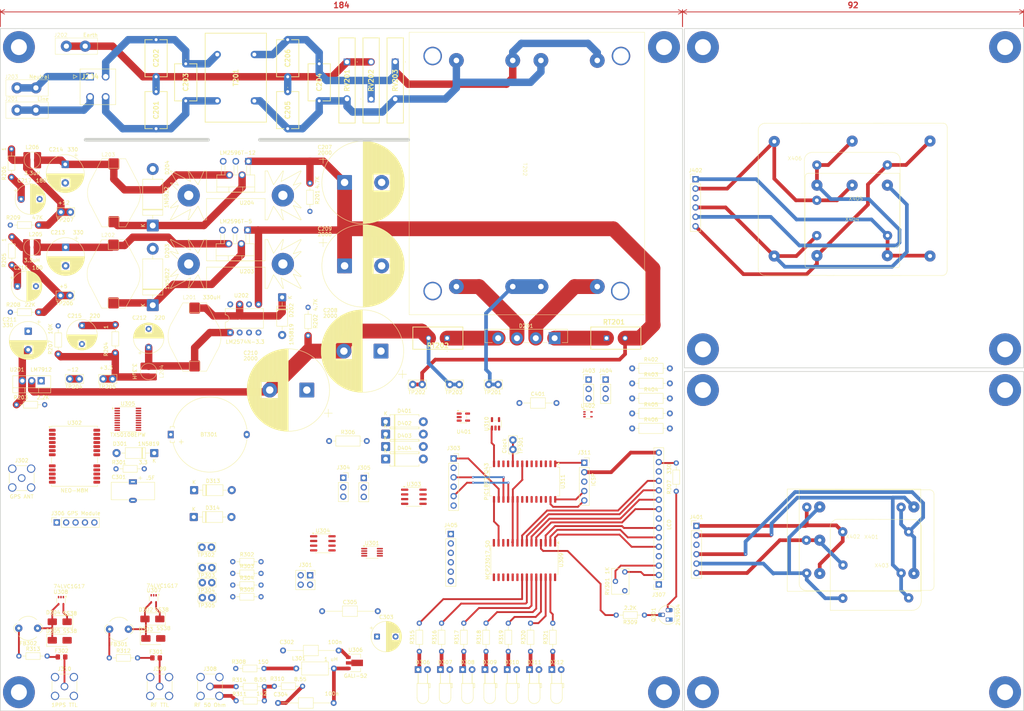
<source format=kicad_pcb>
(kicad_pcb (version 20241229) (generator "pcbnew") (generator_version "9.0")
  (layers (0 "F.Cu" signal) (2 "B.Cu" signal) (13 "F.Paste" user) (15 "B.Paste" user) (5 "F.SilkS" user "F.Silkscreen") (7 "B.SilkS" user "B.Silkscreen") (1 "F.Mask" user) (3 "B.Mask" user) (25 "Edge.Cuts" user))
  (net 0 "")
  (net 1 "GND")
  (net 2 "Net-(BT301-+)")
  (net 3 "Earth_Protective")
  (net 4 "Net-(C201-Pad2)")
  (net 5 "Net-(C202-Pad1)")
  (net 6 "Net-(C204-Pad2)")
  (net 7 "Net-(C204-Pad1)")
  (net 8 "Net-(U202-VIN)")
  (net 9 "Net-(U201-VI)")
  (net 10 "-12V")
  (net 11 "Net-(U202-FB)")
  (net 12 "Net-(U203-FB)")
  (net 13 "Net-(U204-FB)")
  (net 14 "Net-(C215-Pad1)")
  (net 15 "Net-(C216-Pad1)")
  (net 16 "Net-(C217-Pad1)")
  (net 17 "Net-(U302-V_BCKP)")
  (net 18 "Net-(C302-Pad1)")
  (net 19 "/Logic/RF")
  (net 20 "+12V")
  (net 21 "Net-(C304-Pad1)")
  (net 22 "Net-(C304-Pad2)")
  (net 23 "Net-(D201-Pad2)")
  (net 24 "Net-(D201--)")
  (net 25 "Net-(D201-Pad3)")
  (net 26 "Net-(D201-+)")
  (net 27 "Net-(D202-K)")
  (net 28 "Net-(D203-K)")
  (net 29 "Net-(D204-K)")
  (net 30 "Net-(D301-K)")
  (net 31 "+3.3")
  (net 32 "Net-(D302-A)")
  (net 33 "+5V")
  (net 34 "Net-(D304-A)")
  (net 35 "Net-(D306-K)")
  (net 36 "Net-(D307-K)")
  (net 37 "Net-(D308-K)")
  (net 38 "Net-(D309-K)")
  (net 39 "Net-(D310-K)")
  (net 40 "Net-(D311-K)")
  (net 41 "Net-(D312-K)")
  (net 42 "Net-(D313-K)")
  (net 43 "Net-(D401-A)")
  (net 44 "Net-(D403-A)")
  (net 46 "Net-(J201-Pin_1)")
  (net 47 "Net-(J309-In)")
  (net 48 "Net-(F301-Pad1)")
  (net 49 "Net-(F302-Pad1)")
  (net 50 "Net-(J310-In)")
  (net 51 "Net-(J203-Pin_1)")
  (net 52 "Net-(J301-Pin_4)")
  (net 53 "/Logic/VRef")
  (net 54 "Net-(J301-Pin_2)")
  (net 55 "Net-(J302-In)")
  (net 56 "/Logic/PHASE-A")
  (net 57 "/Logic/PHASE-B")
  (net 58 "/Logic/~{ENTER}")
  (net 60 "/Logic/IntRef")
  (net 61 "Net-(J304-Pin_2)")
  (net 62 "/Logic/VRef_FB")
  (net 63 "Net-(J305-Pin_3)")
  (net 64 "/Logic/VCO")
  (net 65 "Net-(J305-Pin_1)")
  (net 66 "/Logic/GPS_TX")
  (net 67 "/Logic/GPS_RX")
  (net 68 "/Logic/1PPS")
  (net 69 "Net-(J307-Pin_5)")
  (net 70 "Net-(J307-Pin_6)")
  (net 73 "Net-(J307-Pin_14)")
  (net 74 "Net-(J307-Pin_11)")
  (net 75 "Net-(J307-Pin_7)")
  (net 76 "Net-(J307-Pin_10)")
  (net 77 "Net-(J307-Pin_9)")
  (net 78 "Net-(J307-Pin_12)")
  (net 79 "Net-(J307-Pin_3)")
  (net 81 "Net-(J308-In)")
  (net 82 "/Logic/~{MCLR}")
  (net 83 "/Logic/PGC")
  (net 84 "/Logic/PGD")
  (net 85 "Net-(L301-Pad1)")
  (net 86 "Net-(Q301-C)")
  (net 87 "Net-(Q301-B)")
  (net 88 "Net-(U304--)")
  (net 89 "Net-(U305-OE)")
  (net 90 "Net-(U309-GPB3)")
  (net 91 "Net-(R310-Pad2)")
  (net 92 "Net-(FB301-Pad2)")
  (net 93 "Net-(FB302-Pad2)")
  (net 94 "Net-(U309-GPA0)")
  (net 95 "Net-(U309-GPA1)")
  (net 96 "Net-(U309-GPA2)")
  (net 97 "Net-(U309-GPA3)")
  (net 98 "Net-(U309-GPA4)")
  (net 99 "Net-(U309-GPA5)")
  (net 100 "Net-(U309-GPA6)")
  (net 103 "/Logic/SDA")
  (net 104 "/Logic/SCL")
  (net 105 "Net-(U302-RXD{slash}SPI_MOSI)")
  (net 106 "Net-(U302-SDA{slash}~{SPI_CS})")
  (net 107 "Net-(U302-~{RESET})")
  (net 112 "Net-(U302-TXD{slash}SPI_MISO)")
  (net 114 "Net-(U302-EXTINT)")
  (net 115 "Net-(U302-SCL{slash}SPI_CLK)")
  (net 116 "Net-(U302-TIMEPULSE)")
  (net 126 "/Logic/INT")
  (net 128 "/Logic/~{RESET}")
  (net 136 "Net-(U401-+)")
  (net 137 "/Logic/Int_Ref")
  (net 140 "Net-(U311-RA6)")
  (net 146 "Net-(J403-Pin_3)")
  (net 147 "Net-(C401-Pad2)")
  (net 148 "Net-(J401-Pin_1)")
  (net 149 "Net-(J401-Pin_4)")
  (net 151 "Net-(J401-Pin_6)")
  (net 152 "Net-(J401-Pin_5)")
  (net 153 "Net-(J401-Pin_2)")
  (net 154 "Net-(J402-Pin_2)")
  (net 156 "Net-(J402-Pin_5)")
  (net 157 "Net-(J402-Pin_6)")
  (net 158 "Net-(J402-Pin_1)")
  (net 159 "Net-(J402-Pin_4)")
  (net 160 "Net-(J403-Pin_2)")
  (net 161 "Net-(J403-Pin_1)")
  (net 162 "Net-(J404-Pin_2)")
  (footprint "Diode_THT:D_DO-41_SOD81_P10.16mm_Horizontal" (layer "F.Cu") (at 111 97.5 -90)
    (property "Reference" "D202")
    (property "Value" "1N5819")
  )
  (footprint "Connector_PinSocket_2.54mm:PinSocket_1x15_P2.54mm_Vertical" (layer "F.Cu") (at 212.6 174.94 180)
    (property "Reference" "J307")
    (property "Value" "LCD")
  )
  (footprint "Capacitor_THT:CP_Radial_D8.0mm_P5.00mm" (layer "F.Cu") (at 40.597349 71)
    (property "Reference" "C217")
    (property "Value" "180")
  )
  (footprint "MountingHole:MountingHole_4.3mm_M4_Pad_TopBottom" (layer "F.Cu") (at 306 111.5)
    (property "Reference" "REF**" (hide yes))
    (property "Value" "MountingHole_4.3mm_M4_Pad_TopBottom" (hide yes))
  )
  (footprint "TestPoint:TestPoint_Bridge_Pitch2.54mm_Drill1.0mm" (layer "F.Cu") (at 89.38 164.9)
    (property "Reference" "TP302")
    (property "Value" "VRef")
  )
  (footprint "Diode_THT:D_DO-201AD_P15.24mm_Horizontal" (layer "F.Cu") (at 76.1 78.12 90)
    (property "Reference" "D204")
    (property "Value" "1N5822")
  )
  (footprint "Package_TO_SOT_SMD:SOT-23-5" (layer "F.Cu") (at 168.55 131.6125 90)
    (property "Reference" "U310")
    (property "Value" "24AA02-OT")
  )
  (footprint "MountingHole:MountingHole_4.3mm_M4_Pad_TopBottom" (layer "F.Cu") (at 224.5 30)
    (property "Reference" "REF**" (hide yes))
    (property "Value" "MountingHole_4.3mm_M4_Pad_TopBottom" (hide yes))
  )
  (footprint "Connector_PinSocket_2.54mm:PinSocket_1x05_P2.54mm_Vertical" (layer "F.Cu") (at 192.5 142.12)
    (property "Reference" "J311")
    (property "Value" "ICSP")
  )
  (footprint "TestPoint:TestPoint_Bridge_Pitch2.54mm_Drill1.0mm" (layer "F.Cu") (at 166.73 121)
    (property "Reference" "TP201")
    (property "Value" "Gnd")
  )
  (footprint "Capacitor_THT:CP_Radial_D22.0mm_P10.00mm_SnapIn" (layer "F.Cu") (at 117.657832 122.5 180)
    (property "Reference" "C210")
    (property "Value" "2000")
  )
  (footprint "Resistor_THT:R_Axial_DIN0204_L3.6mm_D1.6mm_P7.62mm_Horizontal" (layer "F.Cu") (at 40 194.25)
    (property "Reference" "R313")
    (property "Value" "150")
  )
  (footprint "Resistor_THT:R_Axial_DIN0204_L3.6mm_D1.6mm_P7.62mm_Horizontal" (layer "F.Cu") (at 64.38 194.75)
    (property "Reference" "R312")
    (property "Value" "150")
  )
  (footprint "DH_Hardware:Amp Faston 250 THT" (layer "F.Cu") (at 43 45.5)
    (property "Reference" "J203")
    (property "Value" "Neutral")
  )
  (footprint "Package_TO_SOT_SMD:SOT-353_SC-70-5" (layer "F.Cu") (at 193.49 129.045)
    (property "Reference" "U402")
    (property "Value" "74LVC1G17")
  )
  (footprint "Package_SO:TSSOP-20_4.4x6.5mm_P0.65mm" (layer "F.Cu") (at 69.3875 130.3775)
    (property "Reference" "U305")
    (property "Value" "TXS0108EPW")
  )
  (footprint "Connector_PinSocket_2.54mm:PinSocket_2x02_P2.54mm_Vertical" (layer "F.Cu") (at 118.54 172.46)
    (property "Reference" "J301")
    (property "Value" "Ref Divider")
  )
  (footprint "Resistor_THT:R_Axial_DIN0204_L3.6mm_D1.6mm_P7.62mm_Horizontal" (layer "F.Cu") (at 97.69 178.25)
    (property "Reference" "R305")
    (property "Value" "51.1K")
  )
  (footprint "LED_THT:LED_D3.0mm_Horizontal_O3.81mm_Z2.0mm" (layer "F.Cu") (at 165.71 197.895)
    (property "Reference" "D309")
    (property "Value" "LED")
  )
  (footprint "Resistor_THT:R_Axial_DIN0204_L3.6mm_D1.6mm_P7.62mm_Horizontal" (layer "F.Cu") (at 45.31 101.5 180)
    (property "Reference" "R208")
    (property "Value" "22K")
  )
  (footprint "Capacitor_THT:DX_5R5VxxxxU_D11.5mm_P5.00mm" (layer "F.Cu") (at 70.75 147.25)
    (property "Reference" "C301")
    (property "Value" ".5F")
  )
  (footprint "Resistor_THT:R_Axial_DIN0204_L3.6mm_D1.6mm_P7.62mm_Horizontal" (layer "F.Cu") (at 38 57.5 -90)
    (property "Reference" "R206")
    (property "Value" "1")
  )
  (footprint "Resistor_SMD:R_0805_2012Metric_Pad1.20x1.40mm_HandSolder" (layer "F.Cu") (at 51.5 194.5)
    (property "Reference" "F302")
    (property "Value" "0805L010")
  )
  (footprint "DH_Hardware:Amp Faston 250 THT" (layer "F.Cu") (at 56.3 34.25)
    (property "Reference" "J202")
    (property "Value" "Earth")
  )
  (footprint "Resistor_THT:R_Axial_DIN0204_L3.6mm_D1.6mm_P7.62mm_Horizontal" (layer "F.Cu") (at 45.31 78 180)
    (property "Reference" "R209")
    (property "Value" "47K")
  )
  (footprint "DH_OCXO:ISOTEMP 131" (layer "F.Cu") (at 269.925 162.625)
    (property "Reference" "X401")
    (property "Value" "IsoTemp 131")
  )
  (footprint "DH_OCXO:C4550-OCXO" (layer "F.Cu") (at 264.75 76.95)
    (property "Reference" "X404")
    (property "Value" "VECTRON C4550A")
  )
  (footprint "Resistor_THT:R_Axial_DIN0204_L3.6mm_D1.6mm_P7.62mm_Horizontal" (layer "F.Cu") (at 166 193 90)
    (property "Reference" "R318")
    (property "Value" "330")
  )
  (footprint "Diode_THT:D_DO-41_SOD81_P10.16mm_Horizontal" (layer "F.Cu") (at 76.5 139.5 180)
    (property "Reference" "D301")
    (property "Value" "1N5819")
  )
  (footprint "Diode_THT:D_DO-41_SOD81_P10.16mm_Horizontal" (layer "F.Cu") (at 87.17 156.75)
    (property "Reference" "D314")
    (property "Value" "1N5819")
  )
  (footprint "MountingHole:MountingHole_4.3mm_M4_Pad_TopBottom" (layer "F.Cu") (at 306 30)
    (property "Reference" "REF**" (hide yes))
    (property "Value" "MountingHole_4.3mm_M4_Pad_TopBottom" (hide yes))
  )
  (footprint "RF_GPS:ublox_NEO" (layer "F.Cu") (at 55 140.35)
    (property "Reference" "U302")
    (property "Value" "NEO-M8M")
  )
  (footprint "Package_SO:MSOP-8_3x3mm_P0.65mm" (layer "F.Cu") (at 135.25 166.25)
    (property "Reference" "U301")
    (property "Value" "DAC8571IDGK")
  )
  (footprint "Resistor_THT:R_Axial_DIN0204_L3.6mm_D1.6mm_P7.62mm_Horizontal" (layer "F.Cu") (at 160 193 90)
    (property "Reference" "R317")
    (property "Value" "330")
  )
  (footprint "TestPoint:TestPoint_Bridge_Pitch2.54mm_Drill1.0mm" (layer "F.Cu") (at 62.73 119.5)
    (property "Reference" "TP205")
    (property "Value" "+3.3")
  )
  (footprint "Diode_THT:D_DO-15_P10.16mm_Horizontal" (layer "F.Cu") (at 138.92 131.05)
    (property "Reference" "D401")
    (property "Value" "1N4148W")
  )
  (footprint "Connector_Coaxial:SMA_Amphenol_901-144_Vertical" (layer "F.Cu") (at 52.29 202.46)
    (property "Reference" "J310")
    (property "Value" "1PPS TTL")
  )
  (footprint "Capacitor_THT:C_Axial_L3.8mm_D2.6mm_P15.00mm_Horizontal" (layer "F.Cu") (at 126.25 192.75 180)
    (property "Reference" "C302")
    (property "Value" "100n")
  )
  (footprint "DH_Hardware:Amp Faston 250 THT" (layer "F.Cu") (at 43 51.5)
    (property "Reference" "J201")
    (property "Value" "Line")
  )
  (footprint "Capacitor_THT:C_Axial_L3.8mm_D2.6mm_P15.00mm_Horizontal" (layer "F.Cu") (at 109.9 206.9)
    (property "Reference" "C304")
    (property "Value" "100n")
  )
  (footprint "Capacitor_THT:CP_Radial_D8.0mm_P5.00mm" (layer "F.Cu") (at 75 111 90)
    (property "Reference" "C212")
    (property "Value" "220")
  )
  (footprint "Resistor_THT:R_Axial_DIN0204_L3.6mm_D1.6mm_P7.62mm_Horizontal" (layer "F.Cu") (at 118 100.19 -90)
    (property "Reference" "R202")
    (property "Value" "4.7K")
  )
  (footprint "Ferrite_THT:LairdTech_28C0236-0JW-10" (layer "F.Cu") (at 45.04 186.75 180)
    (property "Reference" "FB302")
    (property "Value" "Bead")
  )
  (footprint "SamacSys_Parts:MOV20D241KKTR" (layer "F.Cu") (at 135 44 90)
    (property "Reference" "RV202")
    (property "Value" "150V" (hide yes))
  )
  (footprint "SamacSys_Parts:C731U222MSVDBAWL35" (layer "F.Cu") (at 77 28 -90)
    (property "Reference" "C202")
    (property "Value" "2200" (hide yes))
  )
  (footprint "DH_Inductors:Bourns SDE04030" (layer "F.Cu") (at 43.5 84 180)
    (property "Reference" "L205" (hide yes))
    (property "Value" "3.3uH")
  )
  (footprint "TestPoint:TestPoint_Bridge_Pitch2.54mm_Drill1.0mm" (layer "F.Cu") (at 89.48 178.5)
    (property "Reference" "TP305")
    (property "Value" "RF")
  )
  (footprint "Package_TO_SOT_SMD:SOT-353_SC-70-5" (layer "F.Cu") (at 51.35 179.3 -90)
    (property "Reference" "U308")
    (property "Value" "74LVC1G17")
  )
  (footprint "Resistor_THT:R_Axial_DIN0204_L3.6mm_D1.6mm_P7.62mm_Horizontal" (layer "F.Cu") (at 98.49 197.6)
    (property "Reference" "R308")
    (property "Value" "150")
  )
  (footprint "DH_OCXO:ISOTEMP 143A" (layer "F.Cu") (at 264.75 71.25)
    (property "Reference" "X405")
    (property "Value" "IsoTemp 143A")
  )
  (footprint "Resistor_THT:R_Axial_DIN0204_L3.6mm_D1.6mm_P7.62mm_Horizontal" (layer "F.Cu") (at 217.3 142.18 -90)
    (property "Reference" "R307")
    (property "Value" "330")
  )
  (footprint "SamacSys_Parts:N10SP005M" (layer "F.Cu") (at 155.5 108.5 180)
    (property "Reference" "RT202")
    (property "Value" "N10SP005M" (hide yes))
  )
  (footprint "DH_Inductors:Bourns SDE04030" (layer "F.Cu") (at 43.6 60.5 180)
    (property "Reference" "L206" (hide yes))
    (property "Value" "3.3uH")
  )
  (footprint "Package_TO_SOT_SMD:SOT-89-3" (layer "F.Cu") (at 130.8 196.1)
    (property "Reference" "U306")
    (property "Value" "GALI-52")
  )
  (footprint "SamacSys_Parts:C731U222MSVDBAWL35" (layer "F.Cu") (at 112.5 28 -90)
    (property "Reference" "C206")
    (property "Value" "2200" (hide yes))
  )
  (footprint "Resistor_THT:R_Axial_DIN0204_L3.6mm_D1.6mm_P7.62mm_Horizontal" (layer "F.Cu") (at 106.21 202.5 180)
    (property "Reference" "R314")
    (property "Value" "8.55")
  )
  (footprint "Resistor_THT:R_Axial_DIN0204_L3.6mm_D1.6mm_P7.62mm_Horizontal" (layer "F.Cu") (at 50.6 112.81 90)
    (property "Reference" "R207")
    (property "Value" "10K")
  )
  (footprint "TestPoint:TestPoint_Bridge_Pitch2.54mm_Drill1.0mm" (layer "F.Cu") (at 89.48 170.4)
    (property "Reference" "TP303")
    (property "Value" "VCO")
  )
  (footprint "TestPoint:TestPoint_Bridge_Pitch2.54mm_Drill1.0mm" (layer "F.Cu") (at 173.25 138.52 90)
    (property "Reference" "TP301")
    (property "Value" "Clock")
  )
  (footprint "Resistor_THT:R_Axial_DIN0204_L3.6mm_D1.6mm_P7.62mm_Horizontal" (layer "F.Cu") (at 184 193 90)
    (property "Reference" "R321")
    (property "Value" "330")
  )
  (footprint "Package_TO_SOT_THT:TO-220-3_Vertical" (layer "F.Cu") (at 46 120 180)
    (property "Reference" "U201")
    (property "Value" "LM7912")
  )
  (footprint "Heatsink:Heatsink_Fischer_SK104-STC-STIC_35x13mm_2xDrill2.5mm" (layer "F.Cu") (at 98.5 70 180)
    (property "Reference" "REF**" (hide yes))
    (property "Value" "Heatsink_Fischer_SK104-STC-STIC_35x13mm_2xDrill2.5mm" (hide yes))
  )
  (footprint "Capacitor_THT:CP_Radial_D10.0mm_P5.00mm" (layer "F.Cu") (at 52.5 61.632323 -90)
    (property "Reference" "C214")
    (property "Value" "330")
  )
  (footprint "Connector_PinHeader_2.54mm:PinHeader_1x03_P2.54mm_Vertical" (layer "F.Cu") (at 193.66 119.67)
    (property "Reference" "J403")
    (property "Value" "OCXO Signal")
  )
  (footprint "SamacSys_Parts:C731U222MSVDBAWL35" (layer "F.Cu") (at 85 34.5 -90)
    (property "Reference" "C203")
    (property "Value" "2200" (hide yes))
  )
  (footprint "Connector_PinSocket_2.54mm:PinSocket_1x03_P2.54mm_Vertical" (layer "F.Cu") (at 127.5 146.17)
    (property "Reference" "J304")
    (property "Value" "Ref Select")
  )
  (footprint "Resistor_THT:R_Axial_DIN0207_L6.3mm_D2.5mm_P10.16mm_Horizontal" (layer "F.Cu") (at 205.42 120.7)
    (property "Reference" "R403")
    (property "Value" "100K")
  )
  (footprint "Resistor_THT:R_Axial_DIN0207_L6.3mm_D2.5mm_P10.16mm_Horizontal" (layer "F.Cu") (at 205.42 116.65)
    (property "Reference" "R402")
    (property "Value" "100K")
  )
  (footprint "Package_SO:SOIC-28W_7.5x17.9mm_P1.27mm" (layer "F.Cu") (at 176.365 168.35 -90)
    (property "Reference" "U309")
    (property "Value" "MCP23017_SO")
  )
  (footprint "Package_SO:SOIC-8_3.9x4.9mm_P1.27mm" (layer "F.Cu") (at 146.525 151.285)
    (property "Reference" "U303")
    (property "Value" "OP07")
  )
  (footprint "Package_DIP:DIP-8_W7.62mm" (layer "F.Cu") (at 97 107 90)
    (property "Reference" "U202")
    (property "Value" "LM2574N-3.3")
  )
  (footprint "Package_TO_SOT_SMD:SOT-23-5" (layer "F.Cu") (at 159.8875 129.8)
    (property "Reference" "U401")
    (property "Value" "ADCMP600")
  )
  (footprint "MountingHole:MountingHole_4.3mm_M4_Pad_TopBottom" (layer "F.Cu") (at 224.5 204)
    (property "Reference" "REF**" (hide yes))
    (property "Value" "MountingHole_4.3mm_M4_Pad_TopBottom" (hide yes))
  )
  (footprint "SamacSys_Parts:C731U222MSVDBAWL35" (layer "F.Cu") (at 112.5 42 -90)
    (property "Reference" "C205")
    (property "Value" "2200" (hide yes))
  )
  (footprint "Connector_Coaxial:SMA_Amphenol_901-144_Vertical" (layer "F.Cu") (at 91.54 202.46)
    (property "Reference" "J308")
    (property "Value" "RF 50 Ohm")
  )
  (footprint "Battery:Battery_Panasonic_CR2032-HFN_Horizontal_CircularHoles" (layer "F.Cu") (at 80.955 134.499878)
    (property "Reference" "BT301")
    (property "Value" "CR2302")
  )
  (footprint "Capacitor_THT:CP_Radial_D8.0mm_P5.00mm" (layer "F.Cu") (at 136.597349 189)
    (property "Reference" "C303")
    (property "Value" "47")
  )
  (footprint "Connector_PinSocket_2.54mm:PinSocket_1x06_P2.54mm_Vertical" (layer "F.Cu") (at 157.25 140.96)
    (property "Reference" "J303")
    (property "Value" "Encoder")
  )
  (footprint "Capacitor_THT:C_Axial_L3.8mm_D2.6mm_P15.00mm_Horizontal" (layer "F.Cu") (at 121.792651 182.15)
    (property "Reference" "C305")
    (property "Value" "0.1")
  )
  (footprint "Resistor_THT:R_Axial_DIN0204_L3.6mm_D1.6mm_P7.62mm_Horizontal" (layer "F.Cu") (at 97.69 168.8)
    (property "Reference" "R302")
    (property "Value" "51.1K")
  )
  (footprint "Potentiometer_THT:Potentiometer_Bourns_3266W_Vertical" (layer "F.Cu") (at 203.44 176.64 -90)
    (property "Reference" "RV301")
    (property "Value" "1K")
  )
  (footprint "DH_OCXO:ISOTEMP 143N" (layer "F.Cu") (at 270.811671 169.670836)
    (property "Reference" "X403")
    (property "Value" "IsoTemp 143N")
  )
  (footprint "Resistor_THT:R_Axial_DIN0204_L3.6mm_D1.6mm_P7.62mm_Horizontal" (layer "F.Cu") (at 98.59 206.3)
    (property "Reference" "R311")
    (property "Value" "142")
  )
  (footprint "Resistor_THT:R_Axial_DIN0204_L3.6mm_D1.6mm_P7.62mm_Horizontal" (layer "F.Cu") (at 97.69 171.95)
    (property "Reference" "R303")
    (property "Value" "51.1K")
  )
  (footprint "DH_OCXO:OQ8663" (layer "F.Cu") (at 264.75 71.25)
    (property "Reference" "X406")
    (property "Value" "Oscilloquartz 8663")
  )
  (footprint "Inductor_THT:L_Axial_L7.0mm_D3.3mm_P10.16mm_Horizontal_Fastron_MICC" (layer "F.Cu") (at 114.8 197.6)
    (property "Reference" "L301")
    (property "Value" "1 uH")
  )
  (footprint "DH_Transformers_Signal:14A-56" (layer "F.Cu") (at 176 63 -90)
    (property "Reference" "T202")
    (property "Value" "14A-56-28")
  )
  (footprint "MountingHole:MountingHole_4.3mm_M4_Pad_TopBottom" (layer "F.Cu") (at 214 204)
    (property "Reference" "REF**" (hide yes))
    (property "Value" "MountingHole_4.3mm_M4_Pad_TopBottom" (hide yes))
  )
  (footprint "TestPoint:TestPoint_Bridge_Pitch2.54mm_Drill1.0mm" (layer "F.Cu") (at 53.73 119.5)
    (property "Reference" "TP204")
    (property "Value" "-12")
  )
  (footprint "Resistor_THT:R_Axial_DIN0204_L3.6mm_D1.6mm_P7.62mm_Horizontal" (layer "F.Cu") (at 66 112.5 90)
    (property "Reference" "R204")
    (property "Value" "1")
  )
  (footprint "Resistor_THT:R_Axial_DIN0204_L3.6mm_D1.6mm_P7.62mm_Horizontal" (layer "F.Cu") (at 208.72 183.2 180)
    (property "Reference" "R309")
    (property "Value" "2.2K")
  )
  (footprint "Package_TO_SOT_THT:TO-220-5_P3.4x3.7mm_StaggerOdd_Lead3.8mm_Vertical" (layer "F.Cu") (at 101.9 60.8 180)
    (property "Reference" "U204")
    (property "Value" "LM2596T-12")
  )
  (footprint "Package_TO_SOT_THT:TO-220-5_P3.4x3.7mm_StaggerOdd_Lead3.8mm_Vertical" (layer "F.Cu") (at 101.7 79.35 180)
    (property "Reference" "U203")
    (property "Value" "LM2596T-5")
  )
  (footprint "Connector_Coaxial:SMA_Amphenol_901-144_Vertical" (layer "F.Cu") (at 40.75 146.25)
    (property "Reference" "J302")
    (property "Value" "GPS ANT")
  )
  (footprint "Resistor_THT:R_Axial_DIN0204_L3.6mm_D1.6mm_P7.62mm_Horizontal" (layer "F.Cu") (at 148 193 90)
    (property "Reference" "R315")
    (property "Value" "330")
  )
  (footprint "Capacitor_THT:CP_Radial_D10.0mm_P5.00mm" (layer "F.Cu") (at 52.6 84 -90)
    (property "Reference" "C213")
    (property "Value" "330")
  )
  (footprint "Resistor_THT:R_Axial_DIN0204_L3.6mm_D1.6mm_P7.62mm_Horizontal" (layer "F.Cu") (at 178 193 90)
    (property "Reference" "R320")
    (property "Value" "330")
  )
  (footprint "LED_THT:LED_D3.0mm_Horizontal_O3.81mm_Z2.0mm" (layer "F.Cu") (at 171.72 197.895)
    (property "Reference" "D310")
    (property "Value" "LED")
  )
  (footprint "SamacSys_Parts:44472-04YY" (layer "F.Cu") (at 59.2 37.96 180)
    (property "Reference" "J204")
    (property "Value" "44472-0453" (hide yes))
  )
  (footprint "TestPoint:TestPoint_Bridge_Pitch2.54mm_Drill1.0mm" (layer "F.Cu") (at 51.23 97)
    (property "Reference" "TP206")
    (property "Value" "+5")
  )
  (footprint "Capacitor_THT:CP_Radial_D22.0mm_P10.00mm_SnapIn" (layer "F.Cu") (at 137.657832 112 180)
    (property "Reference" "C208")
    (property "Value" "2000")
  )
  (footprint "Connector_PinHeader_2.54mm:PinHeader_1x06_P2.54mm_Vertical" (layer "F.Cu") (at 156.5 161.34)
    (property "Reference" "J405")
    (property "Value" "OCXO")
  )
  (footprint "Diode_THT:D_DO-15_P10.16mm_Horizontal" (layer "F.Cu") (at 138.92 134.4)
    (property "Reference" "D402")
    (property "Value" "1N4148W")
  )
  (footprint "Diode_SMD:D_SMA" (layer "F.Cu") (at 51 185 180)
    (property "Reference" "D304")
    (property "Value" "SS38")
  )
  (footprint "Resistor_THT:R_Axial_DIN0204_L3.6mm_D1.6mm_P7.62mm_Horizontal" (layer "F.Cu") (at 38.1 81.19 -90)
    (property "Reference" "R205")
    (property "Value" "1")
  )
  (footprint "Capacitor_THT:CP_Radial_D8.0mm_P5.00mm" (layer "F.Cu") (at 39.597349 94.5)
    (property "Reference" "C216")
    (property "Value" "180")
  )
  (footprint "Resistor_THT:R_Axial_DIN0207_L6.3mm_D2.5mm_P10.16mm_Horizontal" (layer "F.Cu") (at 205.42 128.8)
    (property "Reference" "R405")
    (property "Value" "100K")
  )
  (footprint "Resistor_THT:R_Axial_DIN0204_L3.6mm_D1.6mm_P7.62mm_Horizontal" (layer "F.Cu") (at 116.51 202.4 180)
    (property "Reference" "R310")
    (property "Value" "8.55")
  )
  (footprint "Diode_SMD:D_SMA" (layer "F.Cu") (at 76.25 189.5)
    (property "Reference" "D303")
    (property "Value" "SS38")
  )
  (footprint "Diode_THT:D_DO-41_SOD81_P10.16mm_Horizontal" (layer "F.Cu") (at 87.25 149.5)
    (property "Reference" "D313")
    (property "Value" "1N5819")
  )
  (footprint "Capacitor_THT:CP_Radial_D22.0mm_P10.00mm_SnapIn" (layer "F.Cu") (at 127.842169 66.5)
    (property "Reference" "C207")
    (property "Value" "2000")
  )
  (footprint "DH_OCXO:Bliley N47" (layer "F.Cu") (at 264.985 162.55)
    (property "Reference" "X402")
    (property "Value" "Bliley N47/NV47")
  )
  (footprint "Diode_SMD:D_SMA" (layer "F.Cu") (at 51 190)
    (property "Reference" "D305")
    (property "Value" "SS38")
  )
  (footprint "Diode_THT:D_DO-15_P10.16mm_Horizontal" (layer "F.Cu") (at 138.92 137.75)
    (property "Reference" "D403")
    (property "Value" "1N4148W")
  )
  (footprint "Capacitor_THT:C_Axial_L3.8mm_D2.6mm_P10.00mm_Horizontal" (layer "F.Cu") (at 175 126)
    (property "Reference" "C401")
    (property "Value" "220p")
  )
  (footprint "SamacSys_Parts:C731U222MSVDBAWL35" (layer "F.Cu") (at 77 42 -90)
    (property "Reference" "C201")
    (property "Value" "2200" (hide yes))
  )
  (footprint "SamacSys_Parts:C731U222MSVDBAWL35" (layer "F.Cu") (at 121 34.5 -90)
    (property "Reference" "C204")
    (property "Value" "2200" (hide yes))
  )
  (footprint "Connector_Coaxial:SMA_Amphenol_901-144_Vertical" (layer "F.Cu") (at 77.96 202.46)
    (property "Reference" "J309")
    (property "Value" "RF TTL")
  )
  (footprint "Ferrite_THT:LairdTech_28C0236-0JW-10" (layer "F.Cu") (at 69.54 187 180)
    (property "Reference" "FB301")
    (property "Value" "Bead")
  )
  (footprint "TestPoint:TestPoint_Bridge_Pitch2.54mm_Drill1.0mm" (layer "F.Cu") (at 146.23 121)
    (property "Reference" "TP202")
    (property "Value" "+19.8")
  )
  (footprint "Connector_PinHeader_2.54mm:PinHeader_1x06_P2.54mm_Vertical" (layer "F.Cu") (at 222.5 65.63)
    (property "Reference" "J402")
    (property "Value" "OCXO")
  )
  (footprint "Package_SO:SOIC-8_3.9x4.9mm_P1.27mm" (layer "F.Cu") (at 121.975 163.845)
    (property "Reference" "U304")
    (property "Value" "OP07")
  )
  (footprint "DH_Inductors:Bourns PM5022" (layer "F.Cu") (at 63.9 91.4 90)
    (property "Reference" "L202")
    (property "Value" "47uH")
  )
  (footprint "Resistor_THT:R_Axial_DIN0204_L3.6mm_D1.6mm_P7.62mm_Horizontal" (layer "F.Cu") (at 97.69 175.1)
    (property "Reference" "R304")
    (property "Value" "51.1K")
  )
  (footprint "MountingHole:MountingHole_4.3mm_M4_Pad_TopBottom" (layer "F.Cu") (at 306 204)
    (property "Reference" "REF**" (hide yes))
    (property "Value" "MountingHole_4.3mm_M4_Pad_TopBottom" (hide yes))
  )
  (footprint "Diode_SMD:D_SMA" (layer "F.Cu") (at 76 184.25 180)
    (property "Reference" "D302")
    (property "Value" "SS38")
  )
  (footprint "Resistor_THT:R_Axial_DIN0204_L3.6mm_D1.6mm_P7.62mm_Horizontal" (layer "F.Cu") (at 172 193 90)
    (property "Reference" "R319")
    (property "Value" "330")
  )
  (footprint "Package_SO:SOIC-28W_7.5x18.7mm_P1.27mm" (layer "F.Cu") (at 176.4 147.2 -90)
    (property "Reference" "U311")
    (property "Value" "PIC18F27Q43")
  )
  (footprint "TestPoint:TestPoint_Bridge_Pitch2.54mm_Drill1.0mm" (layer "F.Cu") (at 156.23 121)
    (property "Reference" "TP203")
    (property "Value" "-19.8")
  )
  (footprint "Capacitor_THT:CP_Radial_D10.0mm_P5.00mm" (layer "F.Cu") (at 42.5 106.632323 -90)
    (property "Reference" "C211")
    (property "Value" "330")
  )
  (footprint "Resistor_THT:R_Axial_DIN0207_L6.3mm_D2.5mm_P10.16mm_Horizontal" (layer "F.Cu") (at 205.42 124.75)
    (property "Reference" "R404")
    (property "Value" "100K")
  )
  (footprint "DH_Inductors:Bourns PM5022" (layer "F.Cu") (at 89 108 -90)
    (property "Reference" "L201")
    (property "Value" "330uH")
  )
  (footprint "Connector_PinSocket_2.54mm:PinSocket_1x05_P2.54mm_Vertical" (layer "F.Cu") (at 50.2 158.225 90)
    (property "Reference" "J306")
    (property "Value" "GPS Module")
  )
  (footprint "MountingHole:MountingHole_4.3mm_M4_Pad_TopBottom" (layer "F.Cu") (at 40 204)
    (property "Reference" "REF**" (hide yes))
    (property "Value" "MountingHole_4.3mm_M4_Pad_TopBottom" (hide yes))
  )
  (footprint "SamacSys_Parts:N10SP005M" (layer "F.Cu") (at 198.5 108.5)
    (property "Reference" "RT201")
    (property "Value" "N10SP005M" (hide yes))
  )
  (footprint "DH_Inductors:Bourns SDE04030" (layer "F.Cu") (at 75 117.5 -90)
    (property "Reference" "L204")
    (property "Value" "3.3uH")
  )
  (footprint "SamacSys_Parts:B82732R2142B030" (layer "F.Cu") (at 103.5 44.5 90)
    (property "Reference" "T201")
    (property "Value" "B82732R2142" (hide yes))
  )
  (footprint "MountingHole:MountingHole_4.3mm_M4_Pad_TopBottom" (layer "F.Cu") (at 40 30)
    (property "Reference" "REF**" (hide yes))
    (property "Value" "MountingHole_4.3mm_M4_Pad_TopBottom" (hide yes))
  )
  (footprint "Diode_THT:D_DO-15_P10.16mm_Horizontal" (layer "F.Cu") (at 138.92 141.1)
    (property "Reference" "D404")
    (property "Value" "1N4148W")
  )
  (footprint "Diode_THT:Diode_Bridge_Vishay_GBU" (layer "F.Cu") (at 184.5 108.5 180)
    (property "Reference" "D201")
    (property "Value" "GBU6A")
  )
  (footprint "Resistor_THT:R_Axial_DIN0204_L3.6mm_D1.6mm_P7.62mm_Horizontal" (layer "F.Cu") (at 154 193 90)
    (property "Reference" "R316")
    (property "Value" "330")
  )
  (footprint "Connector_PinHeader_2.54mm:PinHeader_1x03_P2.54mm_Vertical" (layer "F.Cu") (at 198.25 119.67)
    (property "Reference" "J404")
    (property "Value" "OCXO Voltage")
  )
  (footprint "LED_THT:LED_D3.0mm_Horizontal_O3.81mm_Z2.0mm" (layer "F.Cu") (at 159.7 197.895)
    (property "Reference" "D308")
    (property "Value" "LED")
  )
  (footprint "MountingHole:MountingHole_4.3mm_M4_Pad_TopBottom" (layer "F.Cu") (at 224.5 122.5)
    (property "Reference" "REF**" (hide yes))
    (property "Value" "MountingHole_4.3mm_M4_Pad_TopBottom" (hide yes))
  )
  (footprint "Resistor_THT:R_Axial_DIN0204_L3.6mm_D1.6mm_P7.62mm_Horizontal" (layer "F.Cu") (at 66.19 143.75)
    (property "Reference" "R301")
    (property "Value" "3.3")
  )
  (footprint "Connector_PinSocket_2.54mm:PinSocket_1x03_P2.54mm_Vertical" (layer "F.Cu") (at 133.025 146.225)
    (property "Reference" "J305")
    (property "Value" "Ref Range")
  )
  (footprint "Resistor_THT:R_Axial_DIN0207_L6.3mm_D2.5mm_P10.16mm_Horizontal" (layer "F.Cu") (at 123.67 136.25)
    (property "Reference" "R306")
    (property "Value" "4.7K")
  )
  (footprint "Resistor_THT:R_Axial_DIN0204_L3.6mm_D1.6mm_P7.62mm_Horizontal" (layer "F.Cu") (at 118.5 66.69 -90)
    (property "Reference" "R201")
    (property "Value" "4.7K")
  )
  (footprint "LED_THT:LED_D3.0mm_Horizontal_O3.81mm_Z2.0mm" (layer "F.Cu") (at 183.74 197.895)
    (property "Reference" "D312")
    (property "Value" "LED")
  )
  (footprint "DH_Inductors:Bourns PM5022" (layer "F.Cu") (at 64 69.5 90)
    (property "Reference" "L203")
    (property "Value" "68uH")
  )
  (footprint "MountingHole:MountingHole_4.3mm_M4_Pad_TopBottom" (layer "F.Cu") (at 214 30)
    (property "Reference" "REF**" (hide yes))
    (property "Value" "MountingHole_4.3mm_M4_Pad_TopBottom" (hide yes))
  )
  (footprint "TestPoint:TestPoint_Bridge_Pitch2.54mm_Drill1.0mm" (layer "F.Cu") (at 89.48 174.45)
    (property "Reference" "TP304")
    (property "Value" "1PPS")
  )
  (footprint "LED_THT:LED_D3.0mm_Horizontal_O3.81mm_Z2.0mm" (layer "F.Cu") (at 177.73 197.895)
    (property "Reference" "D311")
    (property "Value" "LED")
  )
  (footprint "LED_THT:LED_D3.0mm_Horizontal_O3.81mm_Z2.0mm" (layer "F.Cu") (at 153.69 197.895)
    (property "Reference" "D307")
    (property "Value" "LED")
  )
  (footprint "Heatsink:Heatsink_Fischer_SK104-STC-STIC_35x13mm_2xDrill2.5mm" (layer "F.Cu") (at 98.5 88.5 180)
    (property "Reference" "REF**" (hide yes))
    (property "Value" "Heatsink_Fischer_SK104-STC-STIC_35x13mm_2xDrill2.5mm" (hide yes))
  )
  (footprint "Capacitor_THT:CP_Radial_D8.0mm_P5.00mm" (layer "F.Cu") (at 57 105.097349 -90)
    (property "Reference" "C215")
    (property "Value" "220")
  )
  (footprint "Resistor_THT:R_Axial_DIN0204_L3.6mm_D1.6mm_P7.62mm_Horizontal" (layer "F.Cu") (at 39.34 126.45)
    (property "Reference" "R203")
    (property "Value" "2.2K")
  )
  (footprint "Resistor_SMD:R_0805_2012Metric_Pad1.20x1.40mm_HandSolder" (layer "F.Cu") (at 77 194.75)
    (property "Reference" "F301")
    (property "Value" "0805L010")
  )
  (footprint "Package_TO_SOT_THT:TO-92L_HandSolder" (layer "F.Cu") (at 215 184.4 90)
    (property "Reference" "Q301")
    (property "Value" "2N3904")
  )
  (footprint "TestPoint:TestPoint_Bridge_Pitch2.54mm_Drill1.0mm" (layer "F.Cu") (at 51.33 74.5)
    (property "Reference" "TP207")
    (property "Value" "+12")
  )
  (footprint "SamacSys_Parts:MOV20D241KKTR" (layer "F.Cu") (at 141.5 34 -90)
    (property "Reference" "RV203")
    (property "Value" "150V" (hide yes))
  )
  (footprint "MountingHole:MountingHole_4.3mm_M4_Pad_TopBottom" (layer "F.Cu") (at 224.5 111.5)
    (property "Reference" "REF**" (hide yes))
    (property "Value" "MountingHole_4.3mm_M4_Pad_TopBottom" (hide yes))
  )
  (footprint "LED_THT:LED_D3.0mm_Horizontal_O3.81mm_Z2.0mm" (layer "F.Cu") (at 147.68 197.895)
    (property "Reference" "D306")
    (property "Value" "LED")
  )
  (footprint "Diode_THT:D_DO-201AD_P15.24mm_Horizontal" (layer "F.Cu") (at 76.1 99.62 90)
    (property "Reference" "D203")
    (property "Value" "1N5822")
  )
  (footprint "MountingHole:MountingHole_4.3mm_M4_Pad_TopBottom" (layer "F.Cu") (at 306 122.5)
    (property "Reference" "REF**" (hide yes))
    (property "Value" "MountingHole_4.3mm_M4_Pad_TopBottom" (hide yes))
  )
  (footprint "Package_TO_SOT_SMD:SOT-353_SC-70-5" (layer "F.Cu") (at 76.35 178.8 -90)
    (property "Reference" "U307")
    (property "Value" "74LVC1G17")
  )
  (footprint "Capacitor_THT:CP_Radial_D22.0mm_P10.00mm_SnapIn" (layer "F.Cu") (at 127.842169 89)
    (property "Reference" "C209")
    (property "Value" "2000")
  )
  (footprint "Connector_PinHeader_2.54mm:PinHeader_1x06_P2.54mm_Vertical" (layer "F.Cu") (at 222.75 159.15)
    (property "Reference" "J401")
    (property "Value" "OCXO")
  )
  (footprint "SamacSys_Parts:MOV20D241KKTR" (layer "F.Cu") (at 128.5 34 -90)
    (property "Reference" "RV201")
    (property "Value" "150V" (hide yes))
  )
  (footprint "Resistor_THT:R_Axial_DIN0207_L6.3mm_D2.5mm_P10.16mm_Horizontal" (layer "F.Cu") (at 205.42 132.85)
    (property "Reference" "R406")
    (property "Value" "470")
  )
  (gr_rect (start 219.5 25) (end 311 116.5) (stroke (width 0.2)) (fill no) (layer "Edge.Cuts"))
  (gr_line (start 58 55) (end 91 55) (stroke (width 1)) (layer "Edge.Cuts"))
  (gr_rect (start 219.5 117.5) (end 311 209) (stroke (width 0.2)) (fill no) (layer "Edge.Cuts"))
  (gr_line (start 105 55) (end 145 55) (stroke (width 1)) (layer "Edge.Cuts"))
  (gr_rect (start 35 25) (end 219 209.04) (stroke (width 0.2)) (fill no) (layer "Edge.Cuts"))
  (dimension (type orthogonal) (layer "F.Cu") (pts (xy 219 25) (xy 311 25)) (height -4.5) (orientation 0) (format (prefix "") (suffix "") (units 3) (units_format 0) (precision 4) (suppress_zeroes yes)) (style (thickness 0.2) (arrow_length 1.27) (text_position_mode 0) (arrow_direction outward) (extension_height 0.58642) (extension_offset 0.5) (keep_text_aligned yes)) (gr_text "92" (at 265 18.7 0) (layer "F.Cu") (effects (font (size 1.5 1.5) (thickness 0.3)))))
  (dimension (type orthogonal) (layer "F.Cu") (pts (xy 35 25) (xy 219 25)) (height -4.5) (orientation 0) (format (prefix "") (suffix "") (units 3) (units_format 0) (precision 4) (suppress_zeroes yes)) (style (thickness 0.2) (arrow_length 1.27) (text_position_mode 0) (arrow_direction outward) (extension_height 0.58642) (extension_offset 0.5) (keep_text_aligned yes)) (gr_text "184" (at 127 18.7 0) (layer "F.Cu") (effects (font (size 1.5 1.5) (thickness 0.3)))))
  (segment (start 175.765 146.665) (end 175.765 142.4) (width 0.5) (layer "F.Cu") (net 1))
  (segment (start 173.025 163.535) (end 173.19 163.7) (width 0.5) (layer "F.Cu") (net 1))
  (segment (start 175.8 146.7) (end 175.765 146.665) (width 0.5) (layer "F.Cu") (net 1))
  (segment (start 98.59 206.3) (end 97.29 205) (width 1) (layer "F.Cu") (net 1))
  (segment (start 173.225 149.275) (end 175.8 146.7) (width 0.5) (layer "F.Cu") (net 1))
  (segment (start 173.19 152.035) (end 173.225 152) (width 0.5) (layer "F.Cu") (net 1))
  (segment (start 97.29 205) (end 94.08 205) (width 1) (layer "F.Cu") (net 1))
  (segment (start 173.19 163.7) (end 173.19 152.035) (width 0.5) (layer "F.Cu") (net 1))
  (segment (start 173.225 152) (end 173.225 149.275) (width 0.5) (layer "F.Cu") (net 1))
  (segment (start 166.73 121) (end 167 120.73) (width 1) (layer "B.Cu") (net 1))
  (segment (start 167 118) (end 166 117) (width 1) (layer "B.Cu") (net 1))
  (segment (start 167 120.73) (end 167 118) (width 1) (layer "B.Cu") (net 1))
  (segment (start 166.73 121) (end 169.27 121) (width 1) (layer "B.Cu") (net 1))
  (segment (start 166 101.8) (end 173.2 94.6) (width 1) (layer "B.Cu") (net 1))
  (segment (start 173.2 94.6) (end 180.8 94.6) (width 4) (layer "B.Cu") (net 1))
  (segment (start 166 117) (end 166 101.8) (width 1) (layer "B.Cu") (net 1))
  (segment (start 57.88 29.75) (end 52.8 29.75) (width 2) (layer "F.Cu") (net 3))
  (segment (start 135 34) (end 128.5 34) (width 2) (layer "F.Cu") (net 3))
  (segment (start 73.5 38) (end 65.25 29.75) (width 2) (layer "F.Cu") (net 3))
  (segment (start 112.5 38) (end 77 38) (width 2) (layer "F.Cu") (net 3))
  (segment (start 77 38) (end 73.5 38) (width 2) (layer "F.Cu") (net 3))
  (segment (start 128.5 34) (end 124.5 38) (width 2) (layer "F.Cu") (net 3))
  (segment (start 124.5 38) (end 112.5 38) (width 2) (layer "F.Cu") (net 3))
  (segment (start 65.25 29.75) (end 57.88 29.75) (width 2) (layer "F.Cu") (net 3))
  (segment (start 112.5 38) (end 112.5 42) (width 2) (layer "B.Cu") (net 3))
  (segment (start 77 38) (end 77 42) (width 2) (layer "B.Cu") (net 3))
  (segment (start 85 44.5) (end 85 48) (width 2) (layer "B.Cu") (net 4))
  (segment (start 63.4 43.46) (end 63.4 47.4) (width 2) (layer "B.Cu") (net 4))
  (segment (start 63.4 47.4) (end 68 52) (width 2) (layer "B.Cu") (net 4))
  (segment (start 85 48) (end 81 52) (width 2) (layer "B.Cu") (net 4))
  (segment (start 81 52) (end 77 52) (width 2) (layer "B.Cu") (net 4))
  (segment (start 68 52) (end 77 52) (width 2) (layer "B.Cu") (net 4))
  (segment (start 85 44.5) (end 93.5 44.5) (width 2) (layer "B.Cu") (net 4))
  (segment (start 63.4 34.1) (end 69.5 28) (width 2) (layer "B.Cu") (net 5))
  (segment (start 85 34.5) (end 91 34.5) (width 2) (layer "B.Cu") (net 5))
  (segment (start 85 34.5) (end 85 31) (width 2) (layer "B.Cu") (net 5))
  (segment (start 91 34.5) (end 93.5 32) (width 2) (layer "B.Cu") (net 5))
  (segment (start 82 28) (end 77 28) (width 2) (layer "B.Cu") (net 5))
  (segment (start 63.4 37.96) (end 63.4 34.1) (width 2) (layer "B.Cu") (net 5))
  (segment (start 69.5 28) (end 77 28) (width 2) (layer "B.Cu") (net 5))
  (segment (start 85 31) (end 82 28) (width 2) (layer "B.Cu") (net 5))
  (segment (start 121 47.5) (end 116.5 52) (width 2) (layer "B.Cu") (net 6))
  (segment (start 103.5 44.5) (end 105 44.5) (width 2) (layer "B.Cu") (net 6))
  (segment (start 180.8 33.6) (end 180.8 36.7) (width 2) (layer "B.Cu") (net 6))
  (segment (start 130 47.5) (end 138 47.5) (width 2) (layer "B.Cu") (net 6))
  (segment (start 180.8 36.7) (end 178 39.5) (width 2) (layer "B.Cu") (net 6))
  (segment (start 121 44.5) (end 128 44.5) (width 2) (layer "B.Cu") (net 6))
  (segment (start 128 44.5) (end 128.5 44) (width 2) (layer "B.Cu") (net 6))
  (segment (start 158 39) (end 158 33.6) (width 2) (layer "B.Cu") (net 6))
  (segment (start 128.5 46) (end 130 47.5) (width 2) (layer "B.Cu") (net 6))
  (segment (start 155 44) (end 158 41) (width 2) (layer "B.Cu") (net 6))
  (segment (start 178 39.5) (end 158.5 39.5) (width 2) (layer "B.Cu") (net 6))
  (segment (start 105 44.5) (end 112.5 52) (width 2) (layer "B.Cu") (net 6))
  (segment (start 121 44.5) (end 121 47.5) (width 2) (layer "B.Cu") (net 6))
  (segment (start 128.5 44) (end 128.5 46) (width 2) (layer "B.Cu") (net 6))
  (segment (start 158.5 39.5) (end 158 39) (width 2) (layer "B.Cu") (net 6))
  (segment (start 158 41) (end 158 39) (width 2) (layer "B.Cu") (net 6))
  (segment (start 141.5 44) (end 155 44) (width 2) (layer "B.Cu") (net 6))
  (segment (start 116.5 52) (end 112.5 52) (width 2) (layer "B.Cu") (net 6))
  (segment (start 138 47.5) (end 141.5 44) (width 2) (layer "B.Cu") (net 6))
  (segment (start 171.5 40) (end 173.2 38.3) (width 2) (layer "F.Cu") (net 7))
  (segment (start 141.5 34) (end 141.5 36.5) (width 2) (layer "F.Cu") (net 7))
  (segment (start 145 40) (end 171.5 40) (width 2) (layer "F.Cu") (net 7))
  (segment (start 173.2 38.3) (end 173.2 33.6) (width 2) (layer "F.Cu") (net 7))
  (segment (start 141.5 36.5) (end 145 40) (width 2) (layer "F.Cu") (net 7))
  (segment (start 196 31.5) (end 193.5 29) (width 2) (layer "B.Cu") (net 7))
  (segment (start 121 34.5) (end 121 37) (width 2) (layer "B.Cu") (net 7))
  (segment (start 140 39) (end 141.5 37.5) (width 2) (layer "B.Cu") (net 7))
  (segment (start 135 39) (end 135 44) (width 2) (layer "B.Cu") (net 7))
  (segment (start 141.5 37.5) (end 141.5 34) (width 2) (layer "B.Cu") (net 7))
  (segment (start 103.5 32) (end 108.5 32) (width 2) (layer "B.Cu") (net 7))
  (segment (start 196 33.6) (end 196 31.5) (width 2) (layer "B.Cu") (net 7))
  (segment (start 108.5 32) (end 112.5 28) (width 2) (layer "B.Cu") (net 7))
  (segment (start 123 39) (end 135 39) (width 2) (layer "B.Cu") (net 7))
  (segment (start 117.5 28) (end 112.5 28) (width 2) (layer "B.Cu") (net 7))
  (segment (start 121 31.5) (end 117.5 28) (width 2) (layer "B.Cu") (net 7))
  (segment (start 135 39) (end 140 39) (width 2) (layer "B.Cu") (net 7))
  (segment (start 193.5 29) (end 175.5 29) (width 2) (layer "B.Cu") (net 7))
  (segment (start 173.2 31.3) (end 173.2 33.6) (width 2) (layer "B.Cu") (net 7))
  (segment (start 121 34.5) (end 121 31.5) (width 2) (layer "B.Cu") (net 7))
  (segment (start 121 37) (end 123 39) (width 2) (layer "B.Cu") (net 7))
  (segment (start 175.5 29) (end 173.2 31.3) (width 2) (layer "B.Cu") (net 7))
  (segment (start 127.842169 79) (end 200.3 79) (width 4) (layer "F.Cu") (net 8))
  (segment (start 148.77 121) (end 148.77 117.83) (width 1) (layer "F.Cu") (net 8))
  (segment (start 104.62 79.47) (end 104.5 79.35) (width 2) (layer "F.Cu") (net 8))
  (segment (start 104.62 99.38) (end 104.62 79.47) (width 2) (layer "F.Cu") (net 8))
  (segment (start 118.5 66.69) (end 118.5 60.8) (width 2) (layer "F.Cu") (net 8))
  (segment (start 211 89.7) (end 211 104.8) (width 4) (layer "F.Cu") (net 8))
  (segment (start 207.5 108.5) (end 203.5 108.5) (width 4) (layer "F.Cu") (net 8))
  (segment (start 211.1 104.9) (end 207.5 108.5) (width 4) (layer "F.Cu") (net 8))
  (segment (start 202 114.3) (end 203.5 112.8) (width 1) (layer "F.Cu") (net 8))
  (segment (start 127.492169 79.35) (end 127.842169 79) (width 2) (layer "F.Cu") (net 8))
  (segment (start 146.23 121) (end 148.77 121) (width 1) (layer "F.Cu") (net 8))
  (segment (start 211 104.8) (end 211.1 104.9) (width 2) (layer "F.Cu") (net 8))
  (segment (start 118.5 60.8) (end 122.142169 60.8) (width 2) (layer "F.Cu") (net 8))
  (segment (start 203.5 112.8) (end 203.5 108.5) (width 1) (layer "F.Cu") (net 8))
  (segment (start 122.142169 60.8) (end 127.842169 66.5) (width 2) (layer "F.Cu") (net 8))
  (segment (start 152.3 114.3) (end 202 114.3) (width 1) (layer "F.Cu") (net 8))
  (segment (start 200.3 79) (end 211 89.7) (width 4) (layer "F.Cu") (net 8))
  (segment (start 127.842169 79) (end 127.842169 89) (width 4) (layer "F.Cu") (net 8))
  (segment (start 104.5 79.35) (end 127.492169 79.35) (width 2) (layer "F.Cu") (net 8))
  (segment (start 101.7 79.35) (end 104.5 79.35) (width 2) (layer "F.Cu") (net 8))
  (segment (start 127.842169 66.5) (end 127.842169 79) (width 4) (layer "F.Cu") (net 8))
  (segment (start 148.77 117.83) (end 152.3 114.3) (width 1) (layer "F.Cu") (net 8))
  (segment (start 101.9 60.8) (end 118.5 60.8) (width 2) (layer "F.Cu") (net 8))
  (segment (start 127.657832 109.942168) (end 131 106.6) (width 4) (layer "F.Cu") (net 9))
  (segment (start 148.6 106.6) (end 150.5 108.5) (width 4) (layer "F.Cu") (net 9))
  (segment (start 118.157832 112) (end 107.657832 122.5) (width 4) (layer "F.Cu") (net 9))
  (segment (start 118 111.842168) (end 118.157832 112) (width 2) (layer "F.Cu") (net 9))
  (segment (start 131 106.6) (end 148.6 106.6) (width 4) (layer "F.Cu") (net 9))
  (segment (start 44.0455 123) (end 107.157832 123) (width 2) (layer "F.Cu") (net 9))
  (segment (start 127.657832 112) (end 127.657832 109.942168) (width 4) (layer "F.Cu") (net 9))
  (segment (start 43.46 122.4145) (end 44.0455 123) (width 2) (layer "F.Cu") (net 9))
  (segment (start 107.157832 123) (end 107.657832 122.5) (width 2) (layer "F.Cu") (net 9))
  (segment (start 43.46 120) (end 43.46 122.4145) (width 2) (layer "F.Cu") (net 9))
  (segment (start 127.657832 112) (end 118.157832 112) (width 4) (layer "F.Cu") (net 9))
  (segment (start 118 107.81) (end 118 111.842168) (width 2) (layer "F.Cu") (net 9))
  (segment (start 156.23 121) (end 150.5 115.27) (width 1) (layer "B.Cu") (net 9))
  (segment (start 150.5 115.27) (end 150.5 108.5) (width 1) (layer "B.Cu") (net 9))
  (segment (start 156.23 121) (end 158.77 121) (width 1) (layer "B.Cu") (net 9))
  (segment (start 40.92 113.212323) (end 40.92 120) (width 2) (layer "F.Cu") (net 10))
  (segment (start 40.92 124.87) (end 39.34 126.45) (width 2) (layer "F.Cu") (net 10))
  (segment (start 56.27 119.5) (end 53.73 119.5) (width 2) (layer "F.Cu") (net 10))
  (segment (start 42.5 111.632323) (end 40.92 113.212323) (width 2) (layer "F.Cu") (net 10))
  (segment (start 40.92 120) (end 40.92 124.87) (width 2) (layer "F.Cu") (net 10))
  (segment (start 75.05 116) (end 75 116.05) (width 2) (layer "F.Cu") (net 11))
  (segment (start 75 111) (end 75 116.05) (width 2) (layer "F.Cu") (net 11))
  (segment (start 87.4 116) (end 75.05 116) (width 2) (layer "F.Cu") (net 11))
  (segment (start 87.4 111.1) (end 87.4 116) (width 2) (layer "F.Cu") (net 11))
  (segment (start 97 107) (end 91.5 107) (width 2) (layer "F.Cu") (net 11))
  (segment (start 91.5 107) (end 87.4 111.1) (width 2) (layer "F.Cu") (net 11))
  (segment (start 68.5 83.5) (end 65.6 83.5) (width 2) (layer "F.Cu") (net 12))
  (segment (start 96.6 83.05) (end 82.05 83.05) (width 2) (layer "F.Cu") (net 12))
  (segment (start 80.279 81.279) (end 70.721 81.279) (width 2) (layer "F.Cu") (net 12))
  (segment (start 64.9 84) (end 65.5 83.4) (width 2) (layer "F.Cu") (net 12))
  (segment (start 65.6 83.5) (end 65.5 83.4) (width 2) (layer "F.Cu") (net 12))
  (segment (start 82.05 83.05) (end 80.279 81.279) (width 2) (layer "F.Cu") (net 12))
  (segment (start 70.721 81.279) (end 68.5 83.5) (width 2) (layer "F.Cu") (net 12))
  (segment (start 52.6 84) (end 64.9 84) (width 2) (layer "F.Cu") (net 12))
  (segment (start 44.95 84) (end 52.6 84) (width 2) (layer "F.Cu") (net 12))
  (segment (start 52.5 61.632323) (end 65.467677 61.632323) (width 2) (layer "F.Cu") (net 13))
  (segment (start 68.5 68.5) (end 65.6 65.6) (width 2) (layer "F.Cu") (net 13))
  (segment (start 65.6 65.6) (end 65.6 61.5) (width 2) (layer "F.Cu") (net 13))
  (segment (start 45.05 60.5) (end 51.367677 60.5) (width 2) (layer "F.Cu") (net 13))
  (segment (start 65.467677 61.632323) (end 65.6 61.5) (width 2) (layer "F.Cu") (net 13))
  (segment (start 96.8 64.5) (end 82.5 64.5) (width 2) (layer "F.Cu") (net 13))
  (segment (start 78.5 68.5) (end 68.5 68.5) (width 2) (layer "F.Cu") (net 13))
  (segment (start 82.5 64.5) (end 78.5 68.5) (width 2) (layer "F.Cu") (net 13))
  (segment (start 51.367677 60.5) (end 52.5 61.632323) (width 2) (layer "F.Cu") (net 13))
  (segment (start 57 105.097349) (end 65.782651 105.097349) (width 2) (layer "F.Cu") (net 14))
  (segment (start 65.782651 105.097349) (end 66 104.88) (width 2) (layer "F.Cu") (net 14))
  (segment (start 39.597349 94.5) (end 39.597349 90.307349) (width 2) (layer "F.Cu") (net 15))
  (segment (start 39.597349 90.307349) (end 38.1 88.81) (width 2) (layer "F.Cu") (net 15))
  (segment (start 40.597349 71) (end 40.597349 67.717349) (width 2) (layer "F.Cu") (net 16))
  (segment (start 40.597349 67.717349) (end 38 65.12) (width 2) (layer "F.Cu") (net 16))
  (segment (start 127 192.75) (end 128.85 194.6) (width 1) (layer "F.Cu") (net 18))
  (segment (start 126.25 192.75) (end 127 192.75) (width 1) (layer "F.Cu") (net 18))
  (segment (start 45.31 78) (end 47.83 78) (width 2) (layer "F.Cu") (net 20))
  (segment (start 38.5 60.5) (end 42.125 60.5) (width 2) (layer "F.Cu") (net 20))
  (segment (start 51.33 71.885786) (end 42.125 62.680786) (width 2) (layer "F.Cu") (net 20))
  (segment (start 51.33 74.5) (end 51.33 71.885786) (width 2) (layer "F.Cu") (net 20))
  (segment (start 51.33 74.5) (end 53.87 74.5) (width 2) (layer "F.Cu") (net 20))
  (segment (start 42.125 62.680786) (end 42.125 60.5) (width 2) (layer "F.Cu") (net 20))
  (segment (start 38 60) (end 38.5 60.5) (width 2) (layer "F.Cu") (net 20))
  (segment (start 47.83 78) (end 51.33 74.5) (width 2) (layer "F.Cu") (net 20))
  (segment (start 38 57.5) (end 38 60) (width 2) (layer "F.Cu") (net 20))
  (segment (start 109.9 206.9) (end 112.01 206.9) (width 1) (layer "F.Cu") (net 21))
  (segment (start 112.01 206.9) (end 116.51 202.4) (width 1) (layer "F.Cu") (net 21))
  (segment (start 124.96 206.84) (end 124.9 206.9) (width 1) (layer "F.Cu") (net 22))
  (segment (start 128.85 197.6) (end 124.96 197.6) (width 1) (layer "F.Cu") (net 22))
  (segment (start 124.96 197.6) (end 124.96 206.84) (width 1) (layer "F.Cu") (net 22))
  (segment (start 196 94.6) (end 189.9 94.6) (width 4) (layer "F.Cu") (net 23))
  (segment (start 189.9 94.6) (end 179.42 105.08) (width 4) (layer "F.Cu") (net 23))
  (segment (start 179.42 105.08) (end 179.42 108.5) (width 4) (layer "F.Cu") (net 23))
  (segment (start 169.26 108.5) (end 155.5 108.5) (width 4) (layer "F.Cu") (net 24))
  (segment (start 174.34 104.84) (end 174.34 108.5) (width 4) (layer "F.Cu") (net 25))
  (segment (start 158 94.6) (end 164.1 94.6) (width 4) (layer "F.Cu") (net 25))
  (segment (start 164.1 94.6) (end 174.34 104.84) (width 4) (layer "F.Cu") (net 25))
  (segment (start 184.5 108.5) (end 198.5 108.5) (width 4) (layer "F.Cu") (net 26))
  (segment (start 111 97.5) (end 111 101.5) (width 2) (layer "F.Cu") (net 27))
  (segment (start 111 101.5) (end 110 102.5) (width 2) (layer "F.Cu") (net 27))
  (segment (start 110 102.5) (end 100 102.5) (width 2) (layer "F.Cu") (net 27))
  (segment (start 90.4 100.4) (end 92.5 102.5) (width 2) (layer "F.Cu") (net 27))
  (segment (start 99.08 102.5) (end 99.54 102.04) (width 2) (layer "F.Cu") (net 27))
  (segment (start 99.54 102.04) (end 99.54 99.38) (width 2) (layer "F.Cu") (net 27))
  (segment (start 92.5 102.5) (end 99.08 102.5) (width 2) (layer "F.Cu") (net 27))
  (segment (start 87.4 100.4) (end 90.4 100.4) (width 2) (layer "F.Cu") (net 27))
  (segment (start 100 102.5) (end 99.54 102.04) (width 2) (layer "F.Cu") (net 27))
  (segment (start 100 86) (end 92 94) (width 2) (layer "F.Cu") (net 28))
  (segment (start 81.72 94) (end 76.1 99.62) (width 2) (layer "F.Cu") (net 28))
  (segment (start 100 83.05) (end 100 86) (width 2) (layer "F.Cu") (net 28))
  (segment (start 65.5 99) (end 75.48 99) (width 2) (layer "F.Cu") (net 28))
  (segment (start 75.48 99) (end 76.1 99.62) (width 2) (layer "F.Cu") (net 28))
  (segment (start 92 94) (end 81.72 94) (width 2) (layer "F.Cu") (net 28))
  (segment (start 66.62 78.12) (end 65.6 77.1) (width 2) (layer "F.Cu") (net 29))
  (segment (start 76.1 78.12) (end 89.88 78.12) (width 2) (layer "F.Cu") (net 29))
  (segment (start 89.88 78.12) (end 100.2 67.8) (width 2) (layer "F.Cu") (net 29))
  (segment (start 76.1 78.12) (end 66.62 78.12) (width 2) (layer "F.Cu") (net 29))
  (segment (start 100.2 67.8) (end 100.2 64.5) (width 2) (layer "F.Cu") (net 29))
  (segment (start 66 118.77) (end 65.795 118.975) (width 2) (layer "F.Cu") (net 31))
  (segment (start 66 112.5) (end 66 113.5) (width 2) (layer "F.Cu") (net 31))
  (segment (start 65.99 113.51) (end 66 113.5) (width 2) (layer "F.Cu") (net 31))
  (segment (start 66 113.5) (end 66 118.77) (width 2) (layer "F.Cu") (net 31))
  (segment (start 65.27 119.5) (end 62.73 119.5) (width 2) (layer "F.Cu") (net 31))
  (segment (start 51.3 113.51) (end 65.99 113.51) (width 2) (layer "F.Cu") (net 31))
  (segment (start 50.6 112.81) (end 51.3 113.51) (width 2) (layer "F.Cu") (net 31))
  (segment (start 75 118.975) (end 65.795 118.975) (width 2) (layer "F.Cu") (net 31))
  (segment (start 65.795 118.975) (end 65.27 119.5) (width 2) (layer "F.Cu") (net 31))
  (segment (start 74.25 187) (end 74.25 189.5) (width 0.5) (layer "F.Cu") (net 32))
  (segment (start 74.25 184.5) (end 74.25 187) (width 0.5) (layer "F.Cu") (net 32))
  (segment (start 74 181.5) (end 75.2 180.3) (width 0.5) (layer "F.Cu") (net 32))
  (segment (start 74 184.25) (end 74.25 184.5) (width 0.5) (layer "F.Cu") (net 32))
  (segment (start 75.2 180.3) (end 75.2 180.25) (width 0.5) (layer "F.Cu") (net 32))
  (segment (start 69.54 187) (end 74.25 187) (width 0.5) (layer "F.Cu") (net 32))
  (segment (start 74 184.25) (end 74 181.5) (width 0.5) (layer "F.Cu") (net 32))
  (segment (start 75.2 180.25) (end 75.7 179.75) (width 0.5) (layer "F.Cu") (net 32))
  (segment (start 207.76 171.56) (end 208.6 172.4) (width 0.5) (layer "F.Cu") (net 33))
  (segment (start 174.495 163.665) (end 174.46 163.7) (width 0.5) (layer "F.Cu") (net 33))
  (segment (start 77 181.5) (end 78 182.5) (width 0.5) (layer "F.Cu") (net 33))
  (segment (start 174.495 152) (end 174.495 163.665) (width 0.5) (layer "F.Cu") (net 33))
  (segment (start 199.74 144.66) (end 205.02 139.38) (width 1) (layer "F.Cu") (net 33))
  (segment (start 42.025 84) (end 40.91 84) (width 2) (layer "F.Cu") (net 33))
  (segment (start 192.5 144.66) (end 199.74 144.66) (width 1) (layer "F.Cu") (net 33))
  (segment (start 45.31 101.5) (end 46.73 101.5) (width 2) (layer "F.Cu") (net 33))
  (segment (start 78 182.5) (end 78 184.25) (width 0.5) (layer "F.Cu") (net 33))
  (segment (start 52 182.5) (end 52 180.25) (width 0.5) (layer "F.Cu") (net 33))
  (segment (start 208.6 172.4) (end 212.6 172.4) (width 0.5) (layer "F.Cu") (net 33))
  (segment (start 205.02 139.38) (end 212.6 139.38) (width 1) (layer "F.Cu") (net 33))
  (segment (start 42.025 84) (end 42.025 87.795) (width 2) (layer "F.Cu") (net 33))
  (segment (start 51.23 97) (end 53.77 97) (width 2) (layer "F.Cu") (net 33))
  (segment (start 53 185) (end 53 183.5) (width 0.5) (layer "F.Cu") (net 33))
  (segment (start 203.44 171.56) (end 207.76 171.56) (width 0.5) (layer "F.Cu") (net 33))
  (segment (start 40.91 84) (end 38.1 81.19) (width 2) (layer "F.Cu") (net 33))
  (segment (start 77 179.75) (end 77 181.5) (width 0.5) (layer "F.Cu") (net 33))
  (segment (start 42.025 87.795) (end 51.23 97) (width 2) (layer "F.Cu") (net 33))
  (segment (start 53 183.5) (end 52 182.5) (width 0.5) (layer "F.Cu") (net 33))
  (segment (start 46.73 101.5) (end 51.23 97) (width 2) (layer "F.Cu") (net 33))
  (segment (start 174.5 163.66) (end 174.46 163.7) (width 0.5) (layer "F.Cu") (net 33))
  (segment (start 49 186.75) (end 49 185) (width 0.5) (layer "F.Cu") (net 34))
  (segment (start 49 181.95) (end 49 185) (width 0.5) (layer "F.Cu") (net 34))
  (segment (start 50.7 180.25) (end 49 181.95) (width 0.5) (layer "F.Cu") (net 34))
  (segment (start 49 190) (end 49 186.75) (width 0.5) (layer "F.Cu") (net 34))
  (segment (start 48.75 186.75) (end 49 186.75) (width 0.5) (layer "F.Cu") (net 34))
  (segment (start 45.04 186.75) (end 48.75 186.75) (width 0.5) (layer "F.Cu") (net 34))
  (segment (start 148 193) (end 148 197.575) (width 1) (layer "F.Cu") (net 35))
  (segment (start 148 197.575) (end 147.68 197.895) (width 1) (layer "F.Cu") (net 35))
  (segment (start 154 193) (end 154 197.585) (width 1) (layer "F.Cu") (net 36))
  (segment (start 154 197.585) (end 153.69 197.895) (width 1) (layer "F.Cu") (net 36))
  (segment (start 160 197.595) (end 159.7 197.895) (width 1) (layer "F.Cu") (net 37))
  (segment (start 160 193) (end 160 197.595) (width 1) (layer "F.Cu") (net 37))
  (segment (start 166 193) (end 166 197.605) (width 1) (layer "F.Cu") (net 38))
  (segment (start 166 197.605) (end 165.71 197.895) (width 1) (layer "F.Cu") (net 38))
  (segment (start 172 193) (end 172 197.615) (width 1) (layer "F.Cu") (net 39))
  (segment (start 172 197.615) (end 171.72 197.895) (width 1) (layer "F.Cu") (net 39))
  (segment (start 178 193) (end 178 197.625) (width 1) (layer "F.Cu") (net 40))
  (segment (start 178 197.625) (end 177.73 197.895) (width 1) (layer "F.Cu") (net 40))
  (segment (start 184 197.635) (end 183.74 197.895) (width 1) (layer "F.Cu") (net 41))
  (segment (start 184 193) (end 184 197.635) (width 1) (layer "F.Cu") (net 41))
  (segment (start 57.5 47) (end 59.2 45.3) (width 2) (layer "B.Cu") (net 46))
  (segment (start 39.5 47) (end 44.58 47) (width 2) (layer "B.Cu") (net 46))
  (segment (start 44.58 47) (end 57.5 47) (width 2) (layer "B.Cu") (net 46))
  (segment (start 59.2 45.3) (end 59.2 43.46) (width 2) (layer "B.Cu") (net 46))
  (segment (start 77.96 194.79) (end 78 194.75) (width 0.5) (layer "F.Cu") (net 47))
  (segment (start 77.96 202.46) (end 77.96 194.79) (width 0.5) (layer "F.Cu") (net 47))
  (segment (start 76 194.75) (end 72 194.75) (width 0.5) (layer "F.Cu") (net 48))
  (segment (start 47.87 194.5) (end 47.62 194.25) (width 0.5) (layer "F.Cu") (net 49))
  (segment (start 50.5 194.5) (end 47.87 194.5) (width 0.5) (layer "F.Cu") (net 49))
  (segment (start 52.29 194.71) (end 52.5 194.5) (width 0.5) (layer "F.Cu") (net 50))
  (segment (start 52.29 202.46) (end 52.29 194.71) (width 0.5) (layer "F.Cu") (net 50))
  (segment (start 47.62 37.96) (end 59.2 37.96) (width 2) (layer "B.Cu") (net 51))
  (segment (start 39.5 41) (end 44.58 41) (width 2) (layer "B.Cu") (net 51))
  (segment (start 44.58 41) (end 47.62 37.96) (width 2) (layer "B.Cu") (net 51))
  (segment (start 157.25 140.96) (end 161.21 140.96) (width 0.5) (layer "F.Cu") (net 56))
  (segment (start 161.21 140.96) (end 169.415 149.165) (width 0.5) (layer "F.Cu") (net 56))
  (segment (start 169.415 149.165) (end 169.415 152) (width 0.5) (layer "F.Cu") (net 56))
  (segment (start 170.75 146) (end 170.75 146.25) (width 0.5) (layer "F.Cu") (net 57))
  (segment (start 170.685 146.315) (end 170.685 152) (width 0.5) (layer "F.Cu") (net 57))
  (segment (start 157.25 146.04) (end 162.46 146.04) (width 0.5) (layer "F.Cu") (net 57))
  (segment (start 170.75 146.25) (end 170.685 146.315) (width 0.5) (layer "F.Cu") (net 57))
  (segment (start 162.5 146) (end 162.46 146.04) (width 0.5) (layer "F.Cu") (net 57))
  (via (at 170.75 146) (size 0.6) (drill 0.3) (layers "F.Cu" "B.Cu") (net 57))
  (via (at 162.46 146.04) (size 0.6) (drill 0.3) (layers "F.Cu" "B.Cu") (net 57))
  (segment (start 162.5 146) (end 170.75 146) (width 0.5) (layer "B.Cu") (net 57))
  (segment (start 162.46 146.04) (end 162.5 146) (width 0.5) (layer "B.Cu") (net 57))
  (segment (start 160.87 147.5) (end 162.5 147.5) (width 0.5) (layer "F.Cu") (net 58))
  (segment (start 172 151.955) (end 171.955 152) (width 0.5) (layer "F.Cu") (net 58))
  (segment (start 157.25 151.12) (end 160.87 147.5) (width 0.5) (layer "F.Cu") (net 58))
  (segment (start 172 147.5) (end 172 151.955) (width 0.5) (layer "F.Cu") (net 58))
  (via (at 162.5 147.5) (size 0.6) (drill 0.3) (layers "F.Cu" "B.Cu") (net 58))
  (via (at 172 147.5) (size 0.6) (drill 0.3) (layers "F.Cu" "B.Cu") (net 58))
  (segment (start 172 147.5) (end 162.5 147.5) (width 0.5) (layer "B.Cu") (net 58))
  (segment (start 185.4 161.5) (end 202 161.5) (width 0.5) (layer "F.Cu") (net 69))
  (segment (start 184.62 162.28) (end 185.4 161.5) (width 0.5) (layer "F.Cu") (net 69))
  (segment (start 184.62 163.7) (end 184.62 162.28) (width 0.5) (layer "F.Cu") (net 69))
  (segment (start 205.28 164.78) (end 212.6 164.78) (width 0.5) (layer "F.Cu") (net 69))
  (segment (start 202 161.5) (end 205.28 164.78) (width 0.5) (layer "F.Cu") (net 69))
  (segment (start 185.2 160.2) (end 202.2 160.2) (width 0.5) (layer "F.Cu") (net 70))
  (segment (start 183.35 162.05) (end 185.2 160.2) (width 0.5) (layer "F.Cu") (net 70))
  (segment (start 204.24 162.24) (end 212.6 162.24) (width 0.5) (layer "F.Cu") (net 70))
  (segment (start 202.2 160.2) (end 204.24 162.24) (width 0.5) (layer "F.Cu") (net 70))
  (segment (start 183.35 163.7) (end 183.35 162.05) (width 0.5) (layer "F.Cu") (net 70))
  (segment (start 212.86 142.18) (end 212.6 141.92) (width 0.5) (layer "F.Cu") (net 73))
  (segment (start 217.3 142.18) (end 212.86 142.18) (width 0.5) (layer "F.Cu") (net 73))
  (segment (start 208.475628 149.54) (end 212.6 149.54) (width 0.5) (layer "F.Cu") (net 74))
  (segment (start 177 161.884372) (end 182.884372 156) (width 0.5) (layer "F.Cu") (net 74))
  (segment (start 177 163.7) (end 177 161.884372) (width 0.5) (layer "F.Cu") (net 74))
  (segment (start 202.015628 156) (end 208.475628 149.54) (width 0.5) (layer "F.Cu") (net 74))
  (segment (start 182.884372 156) (end 202.015628 156) (width 0.5) (layer "F.Cu") (net 74))
  (segment (start 182.08 163.7) (end 182.08 161.72) (width 0.5) (layer "F.Cu") (net 75))
  (segment (start 202.7 159.2) (end 203.2 159.7) (width 0.5) (layer "F.Cu") (net 75))
  (segment (start 203.2 159.7) (end 212.6 159.7) (width 0.5) (layer "F.Cu") (net 75))
  (segment (start 182.08 161.72) (end 184.6 159.2) (width 0.5) (layer "F.Cu") (net 75))
  (segment (start 184.6 159.2) (end 202.7 159.2) (width 0.5) (layer "F.Cu") (net 75))
  (segment (start 202.430256 157.001) (end 207.351256 152.08) (width 0.5) (layer "F.Cu") (net 76))
  (segment (start 178.27 162.03) (end 183.1 157.2) (width 0.5) (layer "F.Cu") (net 76))
  (segment (start 202.399 157.001) (end 202.430256 157.001) (width 0.5) (layer "F.Cu") (net 76))
  (segment (start 202.2 157.2) (end 202.399 157.001) (width 0.5) (layer "F.Cu") (net 76))
  (segment (start 183.1 157.2) (end 202.2 157.2) (width 0.5) (layer "F.Cu") (net 76))
  (segment (start 207.351256 152.08) (end 212.6 152.08) (width 0.5) (layer "F.Cu") (net 76))
  (segment (start 178.27 163.7) (end 178.27 162.03) (width 0.5) (layer "F.Cu") (net 76))
  (segment (start 206.28 154.62) (end 212.6 154.62) (width 0.5) (layer "F.Cu") (net 77))
  (segment (start 202.7 158.2) (end 206.28 154.62) (width 0.5) (layer "F.Cu") (net 77))
  (segment (start 179.54 163.7) (end 179.54 162.26) (width 0.5) (layer "F.Cu") (net 77))
  (segment (start 179.54 162.26) (end 183.6 158.2) (width 0.5) (layer "F.Cu") (net 77))
  (segment (start 183.6 158.2) (end 202.7 158.2) (width 0.5) (layer "F.Cu") (net 77))
  (segment (start 182.469744 154.999) (end 201.601 154.999) (width 0.5) (layer "F.Cu") (net 78))
  (segment (start 175.73 161.738744) (end 182.469744 154.999) (width 0.5) (layer "F.Cu") (net 78))
  (segment (start 201.601 154.999) (end 209.6 147) (width 0.5) (layer "F.Cu") (net 78))
  (segment (start 209.6 147) (end 212.6 147) (width 0.5) (layer "F.Cu") (net 78))
  (segment (start 175.73 163.7) (end 175.73 161.738744) (width 0.5) (layer "F.Cu") (net 78))
  (segment (start 200.9 171.3) (end 202.34 169.86) (width 0.5) (layer "F.Cu") (net 79))
  (segment (start 200.9 174.1) (end 200.9 171.3) (width 0.5) (layer "F.Cu") (net 79))
  (segment (start 202.34 169.86) (end 212.6 169.86) (width 0.5) (layer "F.Cu") (net 79))
  (segment (start 98.55 202.46) (end 98.59 202.5) (width 1) (layer "F.Cu") (net 81))
  (segment (start 91.54 202.46) (end 98.55 202.46) (width 1) (layer "F.Cu") (net 81))
  (segment (start 192.5 142.12) (end 184.935 142.12) (width 0.5) (layer "F.Cu") (net 82))
  (segment (start 184.935 142.12) (end 184.655 142.4) (width 0.5) (layer "F.Cu") (net 82))
  (segment (start 184.098 153.998) (end 183.385 153.285) (width 0.5) (layer "F.Cu") (net 83))
  (segment (start 190.782 153.998) (end 184.098 153.998) (width 0.5) (layer "F.Cu") (net 83))
  (segment (start 192.5 152.28) (end 190.782 153.998) (width 0.5) (layer "F.Cu") (net 83))
  (segment (start 183.385 153.285) (end 183.385 152) (width 0.5) (layer "F.Cu") (net 83))
  (segment (start 184.655 152) (end 190.24 152) (width 0.5) (layer "F.Cu") (net 84))
  (segment (start 190.24 152) (end 192.5 149.74) (width 0.5) (layer "F.Cu") (net 84))
  (segment (start 106.11 197.6) (end 114.8 197.6) (width 1) (layer "F.Cu") (net 85))
  (segment (start 215 180.5) (end 217.3 178.2) (width 0.5) (layer "F.Cu") (net 86))
  (segment (start 215 181.86) (end 215 180.5) (width 0.5) (layer "F.Cu") (net 86))
  (segment (start 217.3 178.2) (end 217.3 149.8) (width 0.5) (layer "F.Cu") (net 86))
  (segment (start 213.66 183.2) (end 213.73 183.13) (width 0.5) (layer "F.Cu") (net 87))
  (segment (start 208.72 183.2) (end 213.66 183.2) (width 0.5) (layer "F.Cu") (net 87))
  (segment (start 181.4 165.9) (end 188 165.9) (width 0.5) (layer "F.Cu") (net 90))
  (segment (start 180.81 163.7) (end 180.81 165.31) (width 0.5) (layer "F.Cu") (net 90))
  (segment (start 198.2 183.2) (end 201.1 183.2) (width 0.5) (layer "F.Cu") (net 90))
  (segment (start 180.81 165.31) (end 181.4 165.9) (width 0.5) (layer "F.Cu") (net 90))
  (segment (start 196.9 174.8) (end 196.9 181.9) (width 0.5) (layer "F.Cu") (net 90))
  (segment (start 196.9 181.9) (end 198.2 183.2) (width 0.5) (layer "F.Cu") (net 90))
  (segment (start 188 165.9) (end 196.9 174.8) (width 0.5) (layer "F.Cu") (net 90))
  (segment (start 106.21 202.5) (end 108.79 202.5) (width 1) (layer "F.Cu") (net 91))
  (segment (start 106.21 206.3) (end 106.21 202.5) (width 1) (layer "F.Cu") (net 91))
  (segment (start 108.79 202.5) (end 108.89 202.4) (width 1) (layer "F.Cu") (net 91))
  (segment (start 64.38 194.75) (end 64.38 187.08) (width 0.5) (layer "F.Cu") (net 92))
  (segment (start 64.38 187.08) (end 64.46 187) (width 0.5) (layer "F.Cu") (net 92))
  (segment (start 40 194.25) (end 40 186.79) (width 0.5) (layer "F.Cu") (net 93))
  (segment (start 40 186.79) (end 39.96 186.75) (width 0.5) (layer "F.Cu") (net 93))
  (segment (start 154.48 178.9) (end 148 185.38) (width 0.5) (layer "F.Cu") (net 94))
  (segment (start 175.73 173) (end 175.73 178.9) (width 0.5) (layer "F.Cu") (net 94))
  (segment (start 175.73 178.9) (end 154.48 178.9) (width 0.5) (layer "F.Cu") (net 94))
  (segment (start 177 173) (end 177 179.8) (width 0.5) (layer "F.Cu") (net 95))
  (segment (start 176.7 180.1) (end 159.28 180.1) (width 0.5) (layer "F.Cu") (net 95))
  (segment (start 177 179.8) (end 176.7 180.1) (width 0.5) (layer "F.Cu") (net 95))
  (segment (start 159.28 180.1) (end 154 185.38) (width 0.5) (layer "F.Cu") (net 95))
  (segment (start 178.27 173) (end 178.27 180.63) (width 0.5) (layer "F.Cu") (net 96))
  (segment (start 177.6 181.3) (end 164.08 181.3) (width 0.5) (layer "F.Cu") (net 96))
  (segment (start 164.08 181.3) (end 160 185.38) (width 0.5) (layer "F.Cu") (net 96))
  (segment (start 178.27 180.63) (end 177.6 181.3) (width 0.5) (layer "F.Cu") (net 96))
  (segment (start 178.6 182.4) (end 168.98 182.4) (width 0.5) (layer "F.Cu") (net 97))
  (segment (start 168.98 182.4) (end 166 185.38) (width 0.5) (layer "F.Cu") (net 97))
  (segment (start 179.54 181.46) (end 178.6 182.4) (width 0.5) (layer "F.Cu") (net 97))
  (segment (start 179.54 173) (end 179.54 181.46) (width 0.5) (layer "F.Cu") (net 97))
  (segment (start 180.81 182.29) (end 179.4 183.7) (width 0.5) (layer "F.Cu") (net 98))
  (segment (start 173.68 183.7) (end 172 185.38) (width 0.5) (layer "F.Cu") (net 98))
  (segment (start 180.81 173) (end 180.81 182.29) (width 0.5) (layer "F.Cu") (net 98))
  (segment (start 179.4 183.7) (end 173.68 183.7) (width 0.5) (layer "F.Cu") (net 98))
  (segment (start 182.08 173) (end 182.08 183.42) (width 0.5) (layer "F.Cu") (net 99))
  (segment (start 180.12 185.38) (end 178 185.38) (width 0.5) (layer "F.Cu") (net 99))
  (segment (start 182.08 183.42) (end 180.12 185.38) (width 0.5) (layer "F.Cu") (net 99))
  (segment (start 183.35 173) (end 183.35 182.35) (width 0.5) (layer "F.Cu") (net 100))
  (segment (start 183.35 182.35) (end 184 183) (width 0.5) (layer "F.Cu") (net 100))
  (segment (start 184 183) (end 184 185.38) (width 0.5) (layer "F.Cu") (net 100))
  (segment (start 169.38 159.22) (end 169.38 163.7) (width 0.5) (layer "F.Cu") (net 103))
  (segment (start 168.145 157.945) (end 169.4 159.2) (width 0.5) (layer "F.Cu") (net 103))
  (segment (start 168.145 152) (end 168.145 157.945) (width 0.5) (layer "F.Cu") (net 103))
  (segment (start 169.4 159.2) (end 169.38 159.22) (width 0.5) (layer "F.Cu") (net 103))
  (segment (start 168.145 142.4) (end 168.145 137.395) (width 0.5) (layer "F.Cu") (net 104))
  (segment (start 167.499 136.749) (end 167.499 132.75) (width 0.5) (layer "F.Cu") (net 104))
  (segment (start 168.145 137.395) (end 167.499 136.749) (width 0.5) (layer "F.Cu") (net 104))
  (segment (start 173.225 142.4) (end 173.225 138.545) (width 0.5) (layer "F.Cu") (net 140))
  (segment (start 173.225 138.545) (end 173.25 138.52) (width 0.5) (layer "F.Cu") (net 140))
  (segment (start 173.25 138.52) (end 173.25 135.98) (width 0.5) (layer "F.Cu") (net 140))
  (segment (start 262.21 160.75) (end 260.46 159) (width 1) (layer "F.Cu") (net 148))
  (segment (start 222.75 159.15) (end 252.15 159.15) (width 1) (layer "F.Cu") (net 148))
  (segment (start 256 171.975) (end 256 169.5) (width 1) (layer "F.Cu") (net 148))
  (segment (start 262.21 163.29) (end 262.21 160.75) (width 1) (layer "F.Cu") (net 148))
  (segment (start 252.5 159) (end 252.5 154.125) (width 1) (layer "F.Cu") (net 148))
  (segment (start 252.15 159.15) (end 252.3 159) (width 1) (layer "F.Cu") (net 148))
  (segment (start 260.46 159) (end 252.5 159) (width 1) (layer "F.Cu") (net 148))
  (segment (start 252.5 154.125) (end 252.525 154.1) (width 1) (layer "F.Cu") (net 148))
  (segment (start 252.3 159) (end 252.5 159) (width 1) (layer "F.Cu") (net 148))
  (segment (start 256 169.5) (end 262.21 163.29) (width 1) (layer "F.Cu") (net 148))
  (segment (start 222.75 166.77) (end 235.98 166.77) (width 1) (layer "F.Cu") (net 149))
  (segment (start 235.98 166.77) (end 236 166.75) (width 1) (layer "F.Cu") (net 149))
  (via (at 236 166.75) (size 0.6) (drill 0.3) (layers "F.Cu" "B.Cu") (net 149))
  (segment (start 280.934949 150.023) (end 283.901 152.989051) (width 1) (layer "B.Cu") (net 149))
  (segment (start 283.901 156.849) (end 280 160.75) (width 1) (layer "B.Cu") (net 149))
  (segment (start 281.5 171.875) (end 281.4 171.975) (width 1) (layer "B.Cu") (net 149))
  (segment (start 281.5 162.25) (end 281.5 171.875) (width 1) (layer "B.Cu") (net 149))
  (segment (start 283.901 152.989051) (end 283.901 156.849) (width 1) (layer "B.Cu") (net 149))
  (segment (start 236 166.75) (end 236 163.377266) (width 1) (layer "B.Cu") (net 149))
  (segment (start 277.955 158.705) (end 280 160.75) (width 1) (layer "B.Cu") (net 149))
  (segment (start 277.955 154.11) (end 277.955 158.705) (width 1) (layer "B.Cu") (net 149))
  (segment (start 249.354266 150.023) (end 280.934949 150.023) (width 1) (layer "B.Cu") (net 149))
  (segment (start 280 160.75) (end 281.5 162.25) (width 1) (layer "B.Cu") (net 149))
  (segment (start 236 163.377266) (end 249.354266 150.023) (width 1) (layer "B.Cu") (net 149))
  (segment (start 255.99 163.01) (end 256 163) (width 1) (layer "F.Cu") (net 151))
  (segment (start 236.4 171.85) (end 245.25 163) (width 1) (layer "F.Cu") (net 151))
  (segment (start 245.25 163) (end 245.26 163.01) (width 1) (layer "F.Cu") (net 151))
  (segment (start 252.405 163.01) (end 255.99 163.01) (width 1) (layer "F.Cu") (net 151))
  (segment (start 222.75 171.85) (end 236.4 171.85) (width 1) (layer "F.Cu") (net 151))
  (segment (start 245.26 163.01) (end 252.405 163.01) (width 1) (layer "F.Cu") (net 151))
  (segment (start 256 163.42) (end 262.28 169.7) (width 1) (layer "B.Cu") (net 151))
  (segment (start 256 163) (end 256 163.42) (width 1) (layer "B.Cu") (net 151))
  (segment (start 247.75 171.901456) (end 247.75 162.275) (width 1) (layer "B.Cu") (net 152))
  (segment (start 247.75 171.901456) (end 252.487937 171.901456) (width 1) (layer "B.Cu") (net 152))
  (segment (start 240.81 169.31) (end 243.5 172) (width 1) (layer "B.Cu") (net 152))
  (segment (start 243.598544 171.901456) (end 247.75 171.901456) (width 1) (layer "B.Cu") (net 152))
  (segment (start 257.478715 178.66) (end 262.23 178.66) (width 1) (layer "B.Cu") (net 152))
  (segment (start 252.487937 173.669222) (end 257.478715 178.66) (width 1) (layer "B.Cu") (net 152))
  (segment (start 222.75 169.31) (end 240.81 169.31) (width 1) (layer "B.Cu") (net 152))
  (segment (start 243.5 172) (end 243.598544 171.901456) (width 1) (layer "B.Cu") (net 152))
  (segment (start 247.75 162.275) (end 256 154.025) (width 1) (layer "B.Cu") (net 152))
  (segment (start 252.487937 171.901456) (end 252.487937 173.669222) (width 1) (layer "B.Cu") (net 152))
  (segment (start 242.81 161.69) (end 243 161.5) (width 1) (layer "F.Cu") (net 153))
  (segment (start 222.75 161.69) (end 242.81 161.69) (width 1) (layer "F.Cu") (net 153))
  (via (at 243 161.5) (size 0.6) (drill 0.3) (layers "F.Cu" "B.Cu") (net 153))
  (segment (start 243 161.5) (end 243 158.5) (width 1) (layer "B.Cu") (net 153))
  (segment (start 275.704 169.631738) (end 275.704 151.524) (width 1) (layer "B.Cu") (net 153))
  (segment (start 243 158.5) (end 249.976 151.524) (width 1) (layer "B.Cu") (net 153))
  (segment (start 280 178.56717) (end 277.955 176.52217) (width 1) (layer "B.Cu") (net 153))
  (segment (start 249.976 151.524) (end 278.899 151.524) (width 1) (layer "B.Cu") (net 153))
  (segment (start 275.704 151.524) (end 278.899 151.524) (width 1) (layer "B.Cu") (net 153))
  (segment (start 277.955 176.52217) (end 277.955 171.882738) (width 1) (layer "B.Cu") (net 153))
  (segment (start 277.955 171.882738) (end 275.704 169.631738) (width 1) (layer "B.Cu") (net 153))
  (segment (start 278.899 151.524) (end 281.4 154.025) (width 1) (layer "B.Cu") (net 153))
  (segment (start 249.574205 71.324205) (end 255.22 71.324205) (width 1) (layer "F.Cu") (net 154))
  (segment (start 231.033293 68.17) (end 243.74686 55.456433) (width 1) (layer "F.Cu") (net 154))
  (segment (start 243.74686 55.456433) (end 243.74686 65.49686) (width 1) (layer "F.Cu") (net 154))
  (segment (start 255.22 71.324205) (end 260.675795 71.324205) (width 1) (layer "F.Cu") (net 154))
  (segment (start 243.74686 65.49686) (end 249.574205 71.324205) (width 1) (layer "F.Cu") (net 154))
  (segment (start 222.5 68.17) (end 231.033293 68.17) (width 1) (layer "F.Cu") (net 154))
  (segment (start 260.675795 71.324205) (end 264.75 67.25) (width 1) (layer "F.Cu") (net 154))
  (segment (start 258.294129 61.809164) (end 264.74686 55.356433) (width 1) (layer "F.Cu") (net 156))
  (segment (start 255.25 67.25) (end 255.25 61.820835) (width 1) (layer "F.Cu") (net 156))
  (segment (start 255.238329 61.809164) (end 258.294129 61.809164) (width 1) (layer "F.Cu") (net 156))
  (segment (start 255.25 61.820835) (end 255.238329 61.809164) (width 1) (layer "F.Cu") (net 156))
  (segment (start 259 71) (end 255.25 67.25) (width 1) (layer "B.Cu") (net 156))
  (segment (start 250.5 83.5) (end 276.75 83.5) (width 1) (layer "B.Cu") (net 156))
  (segment (start 242.79 75.79) (end 250.5 83.5) (width 1) (layer "B.Cu") (net 156))
  (segment (start 269.25 71) (end 259 71) (width 1) (layer "B.Cu") (net 156))
  (segment (start 222.5 75.79) (end 242.79 75.79) (width 1) (layer "B.Cu") (net 156))
  (segment (start 277.5 82.75) (end 277.5 79.25) (width 1) (layer "B.Cu") (net 156))
  (segment (start 276.75 83.5) (end 277.5 82.75) (width 1) (layer "B.Cu") (net 156))
  (segment (start 277.5 79.25) (end 269.25 71) (width 1) (layer "B.Cu") (net 156))
  (segment (start 255.25 86.25) (end 269 72.5) (width 1) (layer "F.Cu") (net 157))
  (segment (start 235.42 91.25) (end 252.5 91.25) (width 1) (layer "F.Cu") (net 157))
  (segment (start 252.5 91.25) (end 255.25 88.5) (width 1) (layer "F.Cu") (net 157))
  (segment (start 269 72.5) (end 269 67.044205) (width 1) (layer "F.Cu") (net 157))
  (segment (start 255.25 88.5) (end 255.25 86.25) (width 1) (layer "F.Cu") (net 157))
  (segment (start 269 67.044205) (end 274.25 61.794205) (width 1) (layer "F.Cu") (net 157))
  (segment (start 279.284088 61.794205) (end 285.74686 55.331433) (width 1) (layer "F.Cu") (net 157))
  (segment (start 274.25 61.794205) (end 279.284088 61.794205) (width 1) (layer "F.Cu") (net 157))
  (segment (start 222.5 78.33) (end 235.42 91.25) (width 1) (layer "F.Cu") (net 157))
  (segment (start 274.298126 86.201874) (end 274.25 86.25) (width 1) (layer "F.Cu") (net 158))
  (segment (start 285.640427 86.25) (end 285.74686 86.356433) (width 1) (layer "F.Cu") (net 158))
  (segment (start 274.298126 80.837007) (end 274.298126 86.201874) (width 1) (layer "F.Cu") (net 158))
  (segment (start 274.25 86.25) (end 285.640427 86.25) (width 1) (layer "F.Cu") (net 158))
  (segment (start 222.5 65.63) (end 238.88 65.63) (width 1) (layer "B.Cu") (net 158))
  (segment (start 269.961119 76.5) (end 274.298126 80.837007) (width 1) (layer "B.Cu") (net 158))
  (segment (start 249.75 76.5) (end 269.961119 76.5) (width 1) (layer "B.Cu") (net 158))
  (segment (start 238.88 65.63) (end 249.75 76.5) (width 1) (layer "B.Cu") (net 158))
  (segment (start 249.698168 86.356433) (end 255.210842 80.843759) (width 1) (layer "F.Cu") (net 159))
  (segment (start 230.615427 73.25) (end 243.72186 86.356433) (width 1) (layer "F.Cu") (net 159))
  (segment (start 222.5 73.25) (end 230.615427 73.25) (width 1) (layer "F.Cu") (net 159))
  (segment (start 243.72186 86.356433) (end 249.698168 86.356433) (width 1) (layer "F.Cu") (net 159))
  (segment (start 275.5 89.25) (end 279.5 85.25) (width 1) (layer "B.Cu") (net 159))
  (segment (start 246.615427 89.25) (end 275.5 89.25) (width 1) (layer "B.Cu") (net 159))
  (segment (start 279.5 72.5) (end 274.25 67.25) (width 1) (layer "B.Cu") (net 159))
  (segment (start 279.5 85.25) (end 279.5 72.5) (width 1) (layer "B.Cu") (net 159))
  (segment (start 243.72186 86.356433) (end 246.615427 89.25) (width 1) (layer "B.Cu") (net 159))
)
</source>
